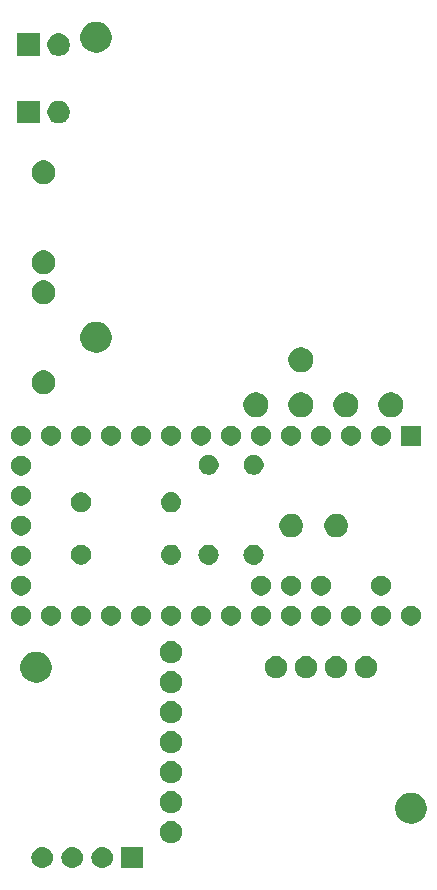
<source format=gbr>
G04 #@! TF.GenerationSoftware,KiCad,Pcbnew,(5.1.2)-2*
G04 #@! TF.CreationDate,2020-04-13T12:01:29-04:00*
G04 #@! TF.ProjectId,TeensyLC_DRV8871_MPRLS_Qwiic_v01,5465656e-7379-44c4-935f-445256383837,rev?*
G04 #@! TF.SameCoordinates,Original*
G04 #@! TF.FileFunction,Soldermask,Bot*
G04 #@! TF.FilePolarity,Negative*
%FSLAX46Y46*%
G04 Gerber Fmt 4.6, Leading zero omitted, Abs format (unit mm)*
G04 Created by KiCad (PCBNEW (5.1.2)-2) date 2020-04-13 12:01:29*
%MOMM*%
%LPD*%
G04 APERTURE LIST*
%ADD10C,0.100000*%
G04 APERTURE END LIST*
D10*
G36*
X28560442Y-68565518D02*
G01*
X28626627Y-68572037D01*
X28796466Y-68623557D01*
X28952991Y-68707222D01*
X28988729Y-68736552D01*
X29090186Y-68819814D01*
X29173448Y-68921271D01*
X29202778Y-68957009D01*
X29286443Y-69113534D01*
X29337963Y-69283373D01*
X29355359Y-69460000D01*
X29337963Y-69636627D01*
X29286443Y-69806466D01*
X29202778Y-69962991D01*
X29173448Y-69998729D01*
X29090186Y-70100186D01*
X28988729Y-70183448D01*
X28952991Y-70212778D01*
X28796466Y-70296443D01*
X28626627Y-70347963D01*
X28560443Y-70354481D01*
X28494260Y-70361000D01*
X28405740Y-70361000D01*
X28339557Y-70354481D01*
X28273373Y-70347963D01*
X28103534Y-70296443D01*
X27947009Y-70212778D01*
X27911271Y-70183448D01*
X27809814Y-70100186D01*
X27726552Y-69998729D01*
X27697222Y-69962991D01*
X27613557Y-69806466D01*
X27562037Y-69636627D01*
X27544641Y-69460000D01*
X27562037Y-69283373D01*
X27613557Y-69113534D01*
X27697222Y-68957009D01*
X27726552Y-68921271D01*
X27809814Y-68819814D01*
X27911271Y-68736552D01*
X27947009Y-68707222D01*
X28103534Y-68623557D01*
X28273373Y-68572037D01*
X28339558Y-68565518D01*
X28405740Y-68559000D01*
X28494260Y-68559000D01*
X28560442Y-68565518D01*
X28560442Y-68565518D01*
G37*
G36*
X33640442Y-68565518D02*
G01*
X33706627Y-68572037D01*
X33876466Y-68623557D01*
X34032991Y-68707222D01*
X34068729Y-68736552D01*
X34170186Y-68819814D01*
X34253448Y-68921271D01*
X34282778Y-68957009D01*
X34366443Y-69113534D01*
X34417963Y-69283373D01*
X34435359Y-69460000D01*
X34417963Y-69636627D01*
X34366443Y-69806466D01*
X34282778Y-69962991D01*
X34253448Y-69998729D01*
X34170186Y-70100186D01*
X34068729Y-70183448D01*
X34032991Y-70212778D01*
X33876466Y-70296443D01*
X33706627Y-70347963D01*
X33640443Y-70354481D01*
X33574260Y-70361000D01*
X33485740Y-70361000D01*
X33419557Y-70354481D01*
X33353373Y-70347963D01*
X33183534Y-70296443D01*
X33027009Y-70212778D01*
X32991271Y-70183448D01*
X32889814Y-70100186D01*
X32806552Y-69998729D01*
X32777222Y-69962991D01*
X32693557Y-69806466D01*
X32642037Y-69636627D01*
X32624641Y-69460000D01*
X32642037Y-69283373D01*
X32693557Y-69113534D01*
X32777222Y-68957009D01*
X32806552Y-68921271D01*
X32889814Y-68819814D01*
X32991271Y-68736552D01*
X33027009Y-68707222D01*
X33183534Y-68623557D01*
X33353373Y-68572037D01*
X33419558Y-68565518D01*
X33485740Y-68559000D01*
X33574260Y-68559000D01*
X33640442Y-68565518D01*
X33640442Y-68565518D01*
G37*
G36*
X31100442Y-68565518D02*
G01*
X31166627Y-68572037D01*
X31336466Y-68623557D01*
X31492991Y-68707222D01*
X31528729Y-68736552D01*
X31630186Y-68819814D01*
X31713448Y-68921271D01*
X31742778Y-68957009D01*
X31826443Y-69113534D01*
X31877963Y-69283373D01*
X31895359Y-69460000D01*
X31877963Y-69636627D01*
X31826443Y-69806466D01*
X31742778Y-69962991D01*
X31713448Y-69998729D01*
X31630186Y-70100186D01*
X31528729Y-70183448D01*
X31492991Y-70212778D01*
X31336466Y-70296443D01*
X31166627Y-70347963D01*
X31100443Y-70354481D01*
X31034260Y-70361000D01*
X30945740Y-70361000D01*
X30879557Y-70354481D01*
X30813373Y-70347963D01*
X30643534Y-70296443D01*
X30487009Y-70212778D01*
X30451271Y-70183448D01*
X30349814Y-70100186D01*
X30266552Y-69998729D01*
X30237222Y-69962991D01*
X30153557Y-69806466D01*
X30102037Y-69636627D01*
X30084641Y-69460000D01*
X30102037Y-69283373D01*
X30153557Y-69113534D01*
X30237222Y-68957009D01*
X30266552Y-68921271D01*
X30349814Y-68819814D01*
X30451271Y-68736552D01*
X30487009Y-68707222D01*
X30643534Y-68623557D01*
X30813373Y-68572037D01*
X30879558Y-68565518D01*
X30945740Y-68559000D01*
X31034260Y-68559000D01*
X31100442Y-68565518D01*
X31100442Y-68565518D01*
G37*
G36*
X36971000Y-70361000D02*
G01*
X35169000Y-70361000D01*
X35169000Y-68559000D01*
X36971000Y-68559000D01*
X36971000Y-70361000D01*
X36971000Y-70361000D01*
G37*
G36*
X39644187Y-66406123D02*
G01*
X39815255Y-66476982D01*
X39815257Y-66476983D01*
X39892758Y-66528768D01*
X39969214Y-66579854D01*
X40100146Y-66710786D01*
X40203018Y-66864745D01*
X40273877Y-67035813D01*
X40310000Y-67217417D01*
X40310000Y-67402583D01*
X40273877Y-67584187D01*
X40203018Y-67755255D01*
X40203017Y-67755257D01*
X40100145Y-67909215D01*
X39969215Y-68040145D01*
X39815257Y-68143017D01*
X39815256Y-68143018D01*
X39815255Y-68143018D01*
X39644187Y-68213877D01*
X39462583Y-68250000D01*
X39277417Y-68250000D01*
X39095813Y-68213877D01*
X38924745Y-68143018D01*
X38924744Y-68143018D01*
X38924743Y-68143017D01*
X38770785Y-68040145D01*
X38639855Y-67909215D01*
X38536983Y-67755257D01*
X38536982Y-67755255D01*
X38466123Y-67584187D01*
X38430000Y-67402583D01*
X38430000Y-67217417D01*
X38466123Y-67035813D01*
X38536982Y-66864745D01*
X38639854Y-66710786D01*
X38770786Y-66579854D01*
X38847242Y-66528768D01*
X38924743Y-66476983D01*
X38924745Y-66476982D01*
X39095813Y-66406123D01*
X39277417Y-66370000D01*
X39462583Y-66370000D01*
X39644187Y-66406123D01*
X39644187Y-66406123D01*
G37*
G36*
X59947715Y-63982383D02*
G01*
X60075322Y-64007765D01*
X60216148Y-64066097D01*
X60315727Y-64107344D01*
X60315728Y-64107345D01*
X60532089Y-64251912D01*
X60716088Y-64435911D01*
X60756112Y-64495812D01*
X60860656Y-64652273D01*
X60871071Y-64677418D01*
X60960235Y-64892678D01*
X60960235Y-64892680D01*
X61011000Y-65147891D01*
X61011000Y-65408109D01*
X60985618Y-65535714D01*
X60960235Y-65663322D01*
X60940900Y-65710000D01*
X60860656Y-65903727D01*
X60860655Y-65903728D01*
X60716088Y-66120089D01*
X60532089Y-66304088D01*
X60433444Y-66370000D01*
X60315727Y-66448656D01*
X60247341Y-66476982D01*
X60075322Y-66548235D01*
X59947715Y-66573617D01*
X59820109Y-66599000D01*
X59559891Y-66599000D01*
X59432285Y-66573617D01*
X59304678Y-66548235D01*
X59132659Y-66476982D01*
X59064273Y-66448656D01*
X58946556Y-66370000D01*
X58847911Y-66304088D01*
X58663912Y-66120089D01*
X58519345Y-65903728D01*
X58519344Y-65903727D01*
X58439100Y-65710000D01*
X58419765Y-65663322D01*
X58394383Y-65535715D01*
X58369000Y-65408109D01*
X58369000Y-65147891D01*
X58419765Y-64892680D01*
X58419765Y-64892678D01*
X58508929Y-64677418D01*
X58519344Y-64652273D01*
X58623888Y-64495812D01*
X58663912Y-64435911D01*
X58847911Y-64251912D01*
X59064272Y-64107345D01*
X59064273Y-64107344D01*
X59163852Y-64066097D01*
X59304678Y-64007765D01*
X59432285Y-63982383D01*
X59559891Y-63957000D01*
X59820109Y-63957000D01*
X59947715Y-63982383D01*
X59947715Y-63982383D01*
G37*
G36*
X39644187Y-63866123D02*
G01*
X39815255Y-63936982D01*
X39815257Y-63936983D01*
X39845214Y-63957000D01*
X39969214Y-64039854D01*
X40100146Y-64170786D01*
X40203018Y-64324745D01*
X40273877Y-64495813D01*
X40310000Y-64677417D01*
X40310000Y-64862583D01*
X40273877Y-65044187D01*
X40230921Y-65147891D01*
X40203017Y-65215257D01*
X40100145Y-65369215D01*
X39969215Y-65500145D01*
X39815257Y-65603017D01*
X39815256Y-65603018D01*
X39815255Y-65603018D01*
X39644187Y-65673877D01*
X39462583Y-65710000D01*
X39277417Y-65710000D01*
X39095813Y-65673877D01*
X38924745Y-65603018D01*
X38924744Y-65603018D01*
X38924743Y-65603017D01*
X38770785Y-65500145D01*
X38639855Y-65369215D01*
X38536983Y-65215257D01*
X38509079Y-65147891D01*
X38466123Y-65044187D01*
X38430000Y-64862583D01*
X38430000Y-64677417D01*
X38466123Y-64495813D01*
X38536982Y-64324745D01*
X38639854Y-64170786D01*
X38770786Y-64039854D01*
X38894786Y-63957000D01*
X38924743Y-63936983D01*
X38924745Y-63936982D01*
X39095813Y-63866123D01*
X39277417Y-63830000D01*
X39462583Y-63830000D01*
X39644187Y-63866123D01*
X39644187Y-63866123D01*
G37*
G36*
X39644187Y-61326123D02*
G01*
X39815255Y-61396982D01*
X39815257Y-61396983D01*
X39892758Y-61448768D01*
X39969214Y-61499854D01*
X40100146Y-61630786D01*
X40203018Y-61784745D01*
X40273877Y-61955813D01*
X40310000Y-62137417D01*
X40310000Y-62322583D01*
X40273877Y-62504187D01*
X40203018Y-62675255D01*
X40203017Y-62675257D01*
X40100145Y-62829215D01*
X39969215Y-62960145D01*
X39815257Y-63063017D01*
X39815256Y-63063018D01*
X39815255Y-63063018D01*
X39644187Y-63133877D01*
X39462583Y-63170000D01*
X39277417Y-63170000D01*
X39095813Y-63133877D01*
X38924745Y-63063018D01*
X38924744Y-63063018D01*
X38924743Y-63063017D01*
X38770785Y-62960145D01*
X38639855Y-62829215D01*
X38536983Y-62675257D01*
X38536982Y-62675255D01*
X38466123Y-62504187D01*
X38430000Y-62322583D01*
X38430000Y-62137417D01*
X38466123Y-61955813D01*
X38536982Y-61784745D01*
X38639854Y-61630786D01*
X38770786Y-61499854D01*
X38847242Y-61448768D01*
X38924743Y-61396983D01*
X38924745Y-61396982D01*
X39095813Y-61326123D01*
X39277417Y-61290000D01*
X39462583Y-61290000D01*
X39644187Y-61326123D01*
X39644187Y-61326123D01*
G37*
G36*
X39644187Y-58786123D02*
G01*
X39815255Y-58856982D01*
X39815257Y-58856983D01*
X39892758Y-58908768D01*
X39969214Y-58959854D01*
X40100146Y-59090786D01*
X40203018Y-59244745D01*
X40273877Y-59415813D01*
X40310000Y-59597417D01*
X40310000Y-59782583D01*
X40273877Y-59964187D01*
X40203018Y-60135255D01*
X40203017Y-60135257D01*
X40100145Y-60289215D01*
X39969215Y-60420145D01*
X39815257Y-60523017D01*
X39815256Y-60523018D01*
X39815255Y-60523018D01*
X39644187Y-60593877D01*
X39462583Y-60630000D01*
X39277417Y-60630000D01*
X39095813Y-60593877D01*
X38924745Y-60523018D01*
X38924744Y-60523018D01*
X38924743Y-60523017D01*
X38770785Y-60420145D01*
X38639855Y-60289215D01*
X38536983Y-60135257D01*
X38536982Y-60135255D01*
X38466123Y-59964187D01*
X38430000Y-59782583D01*
X38430000Y-59597417D01*
X38466123Y-59415813D01*
X38536982Y-59244745D01*
X38639854Y-59090786D01*
X38770786Y-58959854D01*
X38847242Y-58908768D01*
X38924743Y-58856983D01*
X38924745Y-58856982D01*
X39095813Y-58786123D01*
X39277417Y-58750000D01*
X39462583Y-58750000D01*
X39644187Y-58786123D01*
X39644187Y-58786123D01*
G37*
G36*
X39644187Y-56246123D02*
G01*
X39815255Y-56316982D01*
X39815257Y-56316983D01*
X39892758Y-56368768D01*
X39969214Y-56419854D01*
X40100146Y-56550786D01*
X40203018Y-56704745D01*
X40273877Y-56875813D01*
X40310000Y-57057417D01*
X40310000Y-57242583D01*
X40273877Y-57424187D01*
X40203018Y-57595255D01*
X40203017Y-57595257D01*
X40100145Y-57749215D01*
X39969215Y-57880145D01*
X39815257Y-57983017D01*
X39815256Y-57983018D01*
X39815255Y-57983018D01*
X39644187Y-58053877D01*
X39462583Y-58090000D01*
X39277417Y-58090000D01*
X39095813Y-58053877D01*
X38924745Y-57983018D01*
X38924744Y-57983018D01*
X38924743Y-57983017D01*
X38770785Y-57880145D01*
X38639855Y-57749215D01*
X38536983Y-57595257D01*
X38536982Y-57595255D01*
X38466123Y-57424187D01*
X38430000Y-57242583D01*
X38430000Y-57057417D01*
X38466123Y-56875813D01*
X38536982Y-56704745D01*
X38639854Y-56550786D01*
X38770786Y-56419854D01*
X38847242Y-56368768D01*
X38924743Y-56316983D01*
X38924745Y-56316982D01*
X39095813Y-56246123D01*
X39277417Y-56210000D01*
X39462583Y-56210000D01*
X39644187Y-56246123D01*
X39644187Y-56246123D01*
G37*
G36*
X39644187Y-53706123D02*
G01*
X39815255Y-53776982D01*
X39815257Y-53776983D01*
X39892758Y-53828768D01*
X39969214Y-53879854D01*
X40100146Y-54010786D01*
X40203018Y-54164745D01*
X40273877Y-54335813D01*
X40310000Y-54517417D01*
X40310000Y-54702583D01*
X40273877Y-54884187D01*
X40203018Y-55055255D01*
X40203017Y-55055257D01*
X40100145Y-55209215D01*
X39969215Y-55340145D01*
X39815257Y-55443017D01*
X39815256Y-55443018D01*
X39815255Y-55443018D01*
X39644187Y-55513877D01*
X39462583Y-55550000D01*
X39277417Y-55550000D01*
X39095813Y-55513877D01*
X38924745Y-55443018D01*
X38924744Y-55443018D01*
X38924743Y-55443017D01*
X38770785Y-55340145D01*
X38639855Y-55209215D01*
X38536983Y-55055257D01*
X38536982Y-55055255D01*
X38466123Y-54884187D01*
X38430000Y-54702583D01*
X38430000Y-54517417D01*
X38466123Y-54335813D01*
X38536982Y-54164745D01*
X38639854Y-54010786D01*
X38770786Y-53879854D01*
X38847242Y-53828768D01*
X38924743Y-53776983D01*
X38924745Y-53776982D01*
X39095813Y-53706123D01*
X39277417Y-53670000D01*
X39462583Y-53670000D01*
X39644187Y-53706123D01*
X39644187Y-53706123D01*
G37*
G36*
X28197715Y-52044383D02*
G01*
X28325322Y-52069765D01*
X28466148Y-52128097D01*
X28565727Y-52169344D01*
X28565728Y-52169345D01*
X28782089Y-52313912D01*
X28966088Y-52497911D01*
X29040886Y-52609855D01*
X29110656Y-52714273D01*
X29121638Y-52740786D01*
X29210235Y-52954678D01*
X29261000Y-53209893D01*
X29261000Y-53470107D01*
X29210235Y-53725322D01*
X29151903Y-53866148D01*
X29110656Y-53965727D01*
X29110655Y-53965728D01*
X28966088Y-54182089D01*
X28782089Y-54366088D01*
X28637521Y-54462685D01*
X28565727Y-54510656D01*
X28466148Y-54551903D01*
X28325322Y-54610235D01*
X28197715Y-54635617D01*
X28070109Y-54661000D01*
X27809891Y-54661000D01*
X27682285Y-54635617D01*
X27554678Y-54610235D01*
X27413852Y-54551903D01*
X27314273Y-54510656D01*
X27242479Y-54462685D01*
X27097911Y-54366088D01*
X26913912Y-54182089D01*
X26769345Y-53965728D01*
X26769344Y-53965727D01*
X26728097Y-53866148D01*
X26669765Y-53725322D01*
X26619000Y-53470107D01*
X26619000Y-53209893D01*
X26669765Y-52954678D01*
X26758362Y-52740786D01*
X26769344Y-52714273D01*
X26839114Y-52609855D01*
X26913912Y-52497911D01*
X27097911Y-52313912D01*
X27314272Y-52169345D01*
X27314273Y-52169344D01*
X27413852Y-52128097D01*
X27554678Y-52069765D01*
X27682285Y-52044383D01*
X27809891Y-52019000D01*
X28070109Y-52019000D01*
X28197715Y-52044383D01*
X28197715Y-52044383D01*
G37*
G36*
X51074187Y-52436123D02*
G01*
X51223358Y-52497912D01*
X51245257Y-52506983D01*
X51322758Y-52558768D01*
X51399214Y-52609854D01*
X51530146Y-52740786D01*
X51633018Y-52894745D01*
X51703877Y-53065813D01*
X51740000Y-53247417D01*
X51740000Y-53432583D01*
X51703877Y-53614187D01*
X51665795Y-53706124D01*
X51633017Y-53785257D01*
X51530145Y-53939215D01*
X51399215Y-54070145D01*
X51245257Y-54173017D01*
X51245256Y-54173018D01*
X51245255Y-54173018D01*
X51074187Y-54243877D01*
X50892583Y-54280000D01*
X50707417Y-54280000D01*
X50525813Y-54243877D01*
X50354745Y-54173018D01*
X50354744Y-54173018D01*
X50354743Y-54173017D01*
X50200785Y-54070145D01*
X50069855Y-53939215D01*
X49966983Y-53785257D01*
X49934205Y-53706124D01*
X49896123Y-53614187D01*
X49860000Y-53432583D01*
X49860000Y-53247417D01*
X49896123Y-53065813D01*
X49966982Y-52894745D01*
X50069854Y-52740786D01*
X50200786Y-52609854D01*
X50277242Y-52558768D01*
X50354743Y-52506983D01*
X50376642Y-52497912D01*
X50525813Y-52436123D01*
X50707417Y-52400000D01*
X50892583Y-52400000D01*
X51074187Y-52436123D01*
X51074187Y-52436123D01*
G37*
G36*
X48534187Y-52436123D02*
G01*
X48683358Y-52497912D01*
X48705257Y-52506983D01*
X48782758Y-52558768D01*
X48859214Y-52609854D01*
X48990146Y-52740786D01*
X49093018Y-52894745D01*
X49163877Y-53065813D01*
X49200000Y-53247417D01*
X49200000Y-53432583D01*
X49163877Y-53614187D01*
X49125795Y-53706124D01*
X49093017Y-53785257D01*
X48990145Y-53939215D01*
X48859215Y-54070145D01*
X48705257Y-54173017D01*
X48705256Y-54173018D01*
X48705255Y-54173018D01*
X48534187Y-54243877D01*
X48352583Y-54280000D01*
X48167417Y-54280000D01*
X47985813Y-54243877D01*
X47814745Y-54173018D01*
X47814744Y-54173018D01*
X47814743Y-54173017D01*
X47660785Y-54070145D01*
X47529855Y-53939215D01*
X47426983Y-53785257D01*
X47394205Y-53706124D01*
X47356123Y-53614187D01*
X47320000Y-53432583D01*
X47320000Y-53247417D01*
X47356123Y-53065813D01*
X47426982Y-52894745D01*
X47529854Y-52740786D01*
X47660786Y-52609854D01*
X47737242Y-52558768D01*
X47814743Y-52506983D01*
X47836642Y-52497912D01*
X47985813Y-52436123D01*
X48167417Y-52400000D01*
X48352583Y-52400000D01*
X48534187Y-52436123D01*
X48534187Y-52436123D01*
G37*
G36*
X53614187Y-52436123D02*
G01*
X53763358Y-52497912D01*
X53785257Y-52506983D01*
X53862758Y-52558768D01*
X53939214Y-52609854D01*
X54070146Y-52740786D01*
X54173018Y-52894745D01*
X54243877Y-53065813D01*
X54280000Y-53247417D01*
X54280000Y-53432583D01*
X54243877Y-53614187D01*
X54205795Y-53706124D01*
X54173017Y-53785257D01*
X54070145Y-53939215D01*
X53939215Y-54070145D01*
X53785257Y-54173017D01*
X53785256Y-54173018D01*
X53785255Y-54173018D01*
X53614187Y-54243877D01*
X53432583Y-54280000D01*
X53247417Y-54280000D01*
X53065813Y-54243877D01*
X52894745Y-54173018D01*
X52894744Y-54173018D01*
X52894743Y-54173017D01*
X52740785Y-54070145D01*
X52609855Y-53939215D01*
X52506983Y-53785257D01*
X52474205Y-53706124D01*
X52436123Y-53614187D01*
X52400000Y-53432583D01*
X52400000Y-53247417D01*
X52436123Y-53065813D01*
X52506982Y-52894745D01*
X52609854Y-52740786D01*
X52740786Y-52609854D01*
X52817242Y-52558768D01*
X52894743Y-52506983D01*
X52916642Y-52497912D01*
X53065813Y-52436123D01*
X53247417Y-52400000D01*
X53432583Y-52400000D01*
X53614187Y-52436123D01*
X53614187Y-52436123D01*
G37*
G36*
X56154187Y-52436123D02*
G01*
X56303358Y-52497912D01*
X56325257Y-52506983D01*
X56402758Y-52558768D01*
X56479214Y-52609854D01*
X56610146Y-52740786D01*
X56713018Y-52894745D01*
X56783877Y-53065813D01*
X56820000Y-53247417D01*
X56820000Y-53432583D01*
X56783877Y-53614187D01*
X56745795Y-53706124D01*
X56713017Y-53785257D01*
X56610145Y-53939215D01*
X56479215Y-54070145D01*
X56325257Y-54173017D01*
X56325256Y-54173018D01*
X56325255Y-54173018D01*
X56154187Y-54243877D01*
X55972583Y-54280000D01*
X55787417Y-54280000D01*
X55605813Y-54243877D01*
X55434745Y-54173018D01*
X55434744Y-54173018D01*
X55434743Y-54173017D01*
X55280785Y-54070145D01*
X55149855Y-53939215D01*
X55046983Y-53785257D01*
X55014205Y-53706124D01*
X54976123Y-53614187D01*
X54940000Y-53432583D01*
X54940000Y-53247417D01*
X54976123Y-53065813D01*
X55046982Y-52894745D01*
X55149854Y-52740786D01*
X55280786Y-52609854D01*
X55357242Y-52558768D01*
X55434743Y-52506983D01*
X55456642Y-52497912D01*
X55605813Y-52436123D01*
X55787417Y-52400000D01*
X55972583Y-52400000D01*
X56154187Y-52436123D01*
X56154187Y-52436123D01*
G37*
G36*
X39644187Y-51166123D02*
G01*
X39815255Y-51236982D01*
X39815257Y-51236983D01*
X39892758Y-51288768D01*
X39969214Y-51339854D01*
X40100146Y-51470786D01*
X40203018Y-51624745D01*
X40273877Y-51795813D01*
X40310000Y-51977417D01*
X40310000Y-52162583D01*
X40273877Y-52344187D01*
X40235795Y-52436124D01*
X40203017Y-52515257D01*
X40100145Y-52669215D01*
X39969215Y-52800145D01*
X39815257Y-52903017D01*
X39815256Y-52903018D01*
X39815255Y-52903018D01*
X39644187Y-52973877D01*
X39462583Y-53010000D01*
X39277417Y-53010000D01*
X39095813Y-52973877D01*
X38924745Y-52903018D01*
X38924744Y-52903018D01*
X38924743Y-52903017D01*
X38770785Y-52800145D01*
X38639855Y-52669215D01*
X38536983Y-52515257D01*
X38504205Y-52436124D01*
X38466123Y-52344187D01*
X38430000Y-52162583D01*
X38430000Y-51977417D01*
X38466123Y-51795813D01*
X38536982Y-51624745D01*
X38639854Y-51470786D01*
X38770786Y-51339854D01*
X38847242Y-51288768D01*
X38924743Y-51236983D01*
X38924745Y-51236982D01*
X39095813Y-51166123D01*
X39277417Y-51130000D01*
X39462583Y-51130000D01*
X39644187Y-51166123D01*
X39644187Y-51166123D01*
G37*
G36*
X31998228Y-48151704D02*
G01*
X32153100Y-48215854D01*
X32292481Y-48308986D01*
X32411015Y-48427520D01*
X32504147Y-48566901D01*
X32568297Y-48721773D01*
X32601000Y-48886185D01*
X32601000Y-49053817D01*
X32568297Y-49218229D01*
X32504147Y-49373101D01*
X32411015Y-49512482D01*
X32292481Y-49631016D01*
X32153100Y-49724148D01*
X31998228Y-49788298D01*
X31833816Y-49821001D01*
X31666184Y-49821001D01*
X31501772Y-49788298D01*
X31346900Y-49724148D01*
X31207519Y-49631016D01*
X31088985Y-49512482D01*
X30995853Y-49373101D01*
X30931703Y-49218229D01*
X30899000Y-49053817D01*
X30899000Y-48886185D01*
X30931703Y-48721773D01*
X30995853Y-48566901D01*
X31088985Y-48427520D01*
X31207519Y-48308986D01*
X31346900Y-48215854D01*
X31501772Y-48151704D01*
X31666184Y-48119001D01*
X31833816Y-48119001D01*
X31998228Y-48151704D01*
X31998228Y-48151704D01*
G37*
G36*
X44698228Y-48151704D02*
G01*
X44853100Y-48215854D01*
X44992481Y-48308986D01*
X45111015Y-48427520D01*
X45204147Y-48566901D01*
X45268297Y-48721773D01*
X45301000Y-48886185D01*
X45301000Y-49053817D01*
X45268297Y-49218229D01*
X45204147Y-49373101D01*
X45111015Y-49512482D01*
X44992481Y-49631016D01*
X44853100Y-49724148D01*
X44698228Y-49788298D01*
X44533816Y-49821001D01*
X44366184Y-49821001D01*
X44201772Y-49788298D01*
X44046900Y-49724148D01*
X43907519Y-49631016D01*
X43788985Y-49512482D01*
X43695853Y-49373101D01*
X43631703Y-49218229D01*
X43599000Y-49053817D01*
X43599000Y-48886185D01*
X43631703Y-48721773D01*
X43695853Y-48566901D01*
X43788985Y-48427520D01*
X43907519Y-48308986D01*
X44046900Y-48215854D01*
X44201772Y-48151704D01*
X44366184Y-48119001D01*
X44533816Y-48119001D01*
X44698228Y-48151704D01*
X44698228Y-48151704D01*
G37*
G36*
X42158228Y-48151704D02*
G01*
X42313100Y-48215854D01*
X42452481Y-48308986D01*
X42571015Y-48427520D01*
X42664147Y-48566901D01*
X42728297Y-48721773D01*
X42761000Y-48886185D01*
X42761000Y-49053817D01*
X42728297Y-49218229D01*
X42664147Y-49373101D01*
X42571015Y-49512482D01*
X42452481Y-49631016D01*
X42313100Y-49724148D01*
X42158228Y-49788298D01*
X41993816Y-49821001D01*
X41826184Y-49821001D01*
X41661772Y-49788298D01*
X41506900Y-49724148D01*
X41367519Y-49631016D01*
X41248985Y-49512482D01*
X41155853Y-49373101D01*
X41091703Y-49218229D01*
X41059000Y-49053817D01*
X41059000Y-48886185D01*
X41091703Y-48721773D01*
X41155853Y-48566901D01*
X41248985Y-48427520D01*
X41367519Y-48308986D01*
X41506900Y-48215854D01*
X41661772Y-48151704D01*
X41826184Y-48119001D01*
X41993816Y-48119001D01*
X42158228Y-48151704D01*
X42158228Y-48151704D01*
G37*
G36*
X34538228Y-48151704D02*
G01*
X34693100Y-48215854D01*
X34832481Y-48308986D01*
X34951015Y-48427520D01*
X35044147Y-48566901D01*
X35108297Y-48721773D01*
X35141000Y-48886185D01*
X35141000Y-49053817D01*
X35108297Y-49218229D01*
X35044147Y-49373101D01*
X34951015Y-49512482D01*
X34832481Y-49631016D01*
X34693100Y-49724148D01*
X34538228Y-49788298D01*
X34373816Y-49821001D01*
X34206184Y-49821001D01*
X34041772Y-49788298D01*
X33886900Y-49724148D01*
X33747519Y-49631016D01*
X33628985Y-49512482D01*
X33535853Y-49373101D01*
X33471703Y-49218229D01*
X33439000Y-49053817D01*
X33439000Y-48886185D01*
X33471703Y-48721773D01*
X33535853Y-48566901D01*
X33628985Y-48427520D01*
X33747519Y-48308986D01*
X33886900Y-48215854D01*
X34041772Y-48151704D01*
X34206184Y-48119001D01*
X34373816Y-48119001D01*
X34538228Y-48151704D01*
X34538228Y-48151704D01*
G37*
G36*
X37078228Y-48151704D02*
G01*
X37233100Y-48215854D01*
X37372481Y-48308986D01*
X37491015Y-48427520D01*
X37584147Y-48566901D01*
X37648297Y-48721773D01*
X37681000Y-48886185D01*
X37681000Y-49053817D01*
X37648297Y-49218229D01*
X37584147Y-49373101D01*
X37491015Y-49512482D01*
X37372481Y-49631016D01*
X37233100Y-49724148D01*
X37078228Y-49788298D01*
X36913816Y-49821001D01*
X36746184Y-49821001D01*
X36581772Y-49788298D01*
X36426900Y-49724148D01*
X36287519Y-49631016D01*
X36168985Y-49512482D01*
X36075853Y-49373101D01*
X36011703Y-49218229D01*
X35979000Y-49053817D01*
X35979000Y-48886185D01*
X36011703Y-48721773D01*
X36075853Y-48566901D01*
X36168985Y-48427520D01*
X36287519Y-48308986D01*
X36426900Y-48215854D01*
X36581772Y-48151704D01*
X36746184Y-48119001D01*
X36913816Y-48119001D01*
X37078228Y-48151704D01*
X37078228Y-48151704D01*
G37*
G36*
X47238228Y-48151704D02*
G01*
X47393100Y-48215854D01*
X47532481Y-48308986D01*
X47651015Y-48427520D01*
X47744147Y-48566901D01*
X47808297Y-48721773D01*
X47841000Y-48886185D01*
X47841000Y-49053817D01*
X47808297Y-49218229D01*
X47744147Y-49373101D01*
X47651015Y-49512482D01*
X47532481Y-49631016D01*
X47393100Y-49724148D01*
X47238228Y-49788298D01*
X47073816Y-49821001D01*
X46906184Y-49821001D01*
X46741772Y-49788298D01*
X46586900Y-49724148D01*
X46447519Y-49631016D01*
X46328985Y-49512482D01*
X46235853Y-49373101D01*
X46171703Y-49218229D01*
X46139000Y-49053817D01*
X46139000Y-48886185D01*
X46171703Y-48721773D01*
X46235853Y-48566901D01*
X46328985Y-48427520D01*
X46447519Y-48308986D01*
X46586900Y-48215854D01*
X46741772Y-48151704D01*
X46906184Y-48119001D01*
X47073816Y-48119001D01*
X47238228Y-48151704D01*
X47238228Y-48151704D01*
G37*
G36*
X54858228Y-48151704D02*
G01*
X55013100Y-48215854D01*
X55152481Y-48308986D01*
X55271015Y-48427520D01*
X55364147Y-48566901D01*
X55428297Y-48721773D01*
X55461000Y-48886185D01*
X55461000Y-49053817D01*
X55428297Y-49218229D01*
X55364147Y-49373101D01*
X55271015Y-49512482D01*
X55152481Y-49631016D01*
X55013100Y-49724148D01*
X54858228Y-49788298D01*
X54693816Y-49821001D01*
X54526184Y-49821001D01*
X54361772Y-49788298D01*
X54206900Y-49724148D01*
X54067519Y-49631016D01*
X53948985Y-49512482D01*
X53855853Y-49373101D01*
X53791703Y-49218229D01*
X53759000Y-49053817D01*
X53759000Y-48886185D01*
X53791703Y-48721773D01*
X53855853Y-48566901D01*
X53948985Y-48427520D01*
X54067519Y-48308986D01*
X54206900Y-48215854D01*
X54361772Y-48151704D01*
X54526184Y-48119001D01*
X54693816Y-48119001D01*
X54858228Y-48151704D01*
X54858228Y-48151704D01*
G37*
G36*
X57398228Y-48151704D02*
G01*
X57553100Y-48215854D01*
X57692481Y-48308986D01*
X57811015Y-48427520D01*
X57904147Y-48566901D01*
X57968297Y-48721773D01*
X58001000Y-48886185D01*
X58001000Y-49053817D01*
X57968297Y-49218229D01*
X57904147Y-49373101D01*
X57811015Y-49512482D01*
X57692481Y-49631016D01*
X57553100Y-49724148D01*
X57398228Y-49788298D01*
X57233816Y-49821001D01*
X57066184Y-49821001D01*
X56901772Y-49788298D01*
X56746900Y-49724148D01*
X56607519Y-49631016D01*
X56488985Y-49512482D01*
X56395853Y-49373101D01*
X56331703Y-49218229D01*
X56299000Y-49053817D01*
X56299000Y-48886185D01*
X56331703Y-48721773D01*
X56395853Y-48566901D01*
X56488985Y-48427520D01*
X56607519Y-48308986D01*
X56746900Y-48215854D01*
X56901772Y-48151704D01*
X57066184Y-48119001D01*
X57233816Y-48119001D01*
X57398228Y-48151704D01*
X57398228Y-48151704D01*
G37*
G36*
X39618228Y-48151704D02*
G01*
X39773100Y-48215854D01*
X39912481Y-48308986D01*
X40031015Y-48427520D01*
X40124147Y-48566901D01*
X40188297Y-48721773D01*
X40221000Y-48886185D01*
X40221000Y-49053817D01*
X40188297Y-49218229D01*
X40124147Y-49373101D01*
X40031015Y-49512482D01*
X39912481Y-49631016D01*
X39773100Y-49724148D01*
X39618228Y-49788298D01*
X39453816Y-49821001D01*
X39286184Y-49821001D01*
X39121772Y-49788298D01*
X38966900Y-49724148D01*
X38827519Y-49631016D01*
X38708985Y-49512482D01*
X38615853Y-49373101D01*
X38551703Y-49218229D01*
X38519000Y-49053817D01*
X38519000Y-48886185D01*
X38551703Y-48721773D01*
X38615853Y-48566901D01*
X38708985Y-48427520D01*
X38827519Y-48308986D01*
X38966900Y-48215854D01*
X39121772Y-48151704D01*
X39286184Y-48119001D01*
X39453816Y-48119001D01*
X39618228Y-48151704D01*
X39618228Y-48151704D01*
G37*
G36*
X29458228Y-48151704D02*
G01*
X29613100Y-48215854D01*
X29752481Y-48308986D01*
X29871015Y-48427520D01*
X29964147Y-48566901D01*
X30028297Y-48721773D01*
X30061000Y-48886185D01*
X30061000Y-49053817D01*
X30028297Y-49218229D01*
X29964147Y-49373101D01*
X29871015Y-49512482D01*
X29752481Y-49631016D01*
X29613100Y-49724148D01*
X29458228Y-49788298D01*
X29293816Y-49821001D01*
X29126184Y-49821001D01*
X28961772Y-49788298D01*
X28806900Y-49724148D01*
X28667519Y-49631016D01*
X28548985Y-49512482D01*
X28455853Y-49373101D01*
X28391703Y-49218229D01*
X28359000Y-49053817D01*
X28359000Y-48886185D01*
X28391703Y-48721773D01*
X28455853Y-48566901D01*
X28548985Y-48427520D01*
X28667519Y-48308986D01*
X28806900Y-48215854D01*
X28961772Y-48151704D01*
X29126184Y-48119001D01*
X29293816Y-48119001D01*
X29458228Y-48151704D01*
X29458228Y-48151704D01*
G37*
G36*
X49778228Y-48151704D02*
G01*
X49933100Y-48215854D01*
X50072481Y-48308986D01*
X50191015Y-48427520D01*
X50284147Y-48566901D01*
X50348297Y-48721773D01*
X50381000Y-48886185D01*
X50381000Y-49053817D01*
X50348297Y-49218229D01*
X50284147Y-49373101D01*
X50191015Y-49512482D01*
X50072481Y-49631016D01*
X49933100Y-49724148D01*
X49778228Y-49788298D01*
X49613816Y-49821001D01*
X49446184Y-49821001D01*
X49281772Y-49788298D01*
X49126900Y-49724148D01*
X48987519Y-49631016D01*
X48868985Y-49512482D01*
X48775853Y-49373101D01*
X48711703Y-49218229D01*
X48679000Y-49053817D01*
X48679000Y-48886185D01*
X48711703Y-48721773D01*
X48775853Y-48566901D01*
X48868985Y-48427520D01*
X48987519Y-48308986D01*
X49126900Y-48215854D01*
X49281772Y-48151704D01*
X49446184Y-48119001D01*
X49613816Y-48119001D01*
X49778228Y-48151704D01*
X49778228Y-48151704D01*
G37*
G36*
X52318228Y-48151704D02*
G01*
X52473100Y-48215854D01*
X52612481Y-48308986D01*
X52731015Y-48427520D01*
X52824147Y-48566901D01*
X52888297Y-48721773D01*
X52921000Y-48886185D01*
X52921000Y-49053817D01*
X52888297Y-49218229D01*
X52824147Y-49373101D01*
X52731015Y-49512482D01*
X52612481Y-49631016D01*
X52473100Y-49724148D01*
X52318228Y-49788298D01*
X52153816Y-49821001D01*
X51986184Y-49821001D01*
X51821772Y-49788298D01*
X51666900Y-49724148D01*
X51527519Y-49631016D01*
X51408985Y-49512482D01*
X51315853Y-49373101D01*
X51251703Y-49218229D01*
X51219000Y-49053817D01*
X51219000Y-48886185D01*
X51251703Y-48721773D01*
X51315853Y-48566901D01*
X51408985Y-48427520D01*
X51527519Y-48308986D01*
X51666900Y-48215854D01*
X51821772Y-48151704D01*
X51986184Y-48119001D01*
X52153816Y-48119001D01*
X52318228Y-48151704D01*
X52318228Y-48151704D01*
G37*
G36*
X26918228Y-48151704D02*
G01*
X27073100Y-48215854D01*
X27212481Y-48308986D01*
X27331015Y-48427520D01*
X27424147Y-48566901D01*
X27488297Y-48721773D01*
X27521000Y-48886185D01*
X27521000Y-49053817D01*
X27488297Y-49218229D01*
X27424147Y-49373101D01*
X27331015Y-49512482D01*
X27212481Y-49631016D01*
X27073100Y-49724148D01*
X26918228Y-49788298D01*
X26753816Y-49821001D01*
X26586184Y-49821001D01*
X26421772Y-49788298D01*
X26266900Y-49724148D01*
X26127519Y-49631016D01*
X26008985Y-49512482D01*
X25915853Y-49373101D01*
X25851703Y-49218229D01*
X25819000Y-49053817D01*
X25819000Y-48886185D01*
X25851703Y-48721773D01*
X25915853Y-48566901D01*
X26008985Y-48427520D01*
X26127519Y-48308986D01*
X26266900Y-48215854D01*
X26421772Y-48151704D01*
X26586184Y-48119001D01*
X26753816Y-48119001D01*
X26918228Y-48151704D01*
X26918228Y-48151704D01*
G37*
G36*
X59938228Y-48151704D02*
G01*
X60093100Y-48215854D01*
X60232481Y-48308986D01*
X60351015Y-48427520D01*
X60444147Y-48566901D01*
X60508297Y-48721773D01*
X60541000Y-48886185D01*
X60541000Y-49053817D01*
X60508297Y-49218229D01*
X60444147Y-49373101D01*
X60351015Y-49512482D01*
X60232481Y-49631016D01*
X60093100Y-49724148D01*
X59938228Y-49788298D01*
X59773816Y-49821001D01*
X59606184Y-49821001D01*
X59441772Y-49788298D01*
X59286900Y-49724148D01*
X59147519Y-49631016D01*
X59028985Y-49512482D01*
X58935853Y-49373101D01*
X58871703Y-49218229D01*
X58839000Y-49053817D01*
X58839000Y-48886185D01*
X58871703Y-48721773D01*
X58935853Y-48566901D01*
X59028985Y-48427520D01*
X59147519Y-48308986D01*
X59286900Y-48215854D01*
X59441772Y-48151704D01*
X59606184Y-48119001D01*
X59773816Y-48119001D01*
X59938228Y-48151704D01*
X59938228Y-48151704D01*
G37*
G36*
X49778228Y-45611704D02*
G01*
X49933100Y-45675854D01*
X50072481Y-45768986D01*
X50191015Y-45887520D01*
X50284147Y-46026901D01*
X50348297Y-46181773D01*
X50381000Y-46346185D01*
X50381000Y-46513817D01*
X50348297Y-46678229D01*
X50284147Y-46833101D01*
X50191015Y-46972482D01*
X50072481Y-47091016D01*
X49933100Y-47184148D01*
X49778228Y-47248298D01*
X49613816Y-47281001D01*
X49446184Y-47281001D01*
X49281772Y-47248298D01*
X49126900Y-47184148D01*
X48987519Y-47091016D01*
X48868985Y-46972482D01*
X48775853Y-46833101D01*
X48711703Y-46678229D01*
X48679000Y-46513817D01*
X48679000Y-46346185D01*
X48711703Y-46181773D01*
X48775853Y-46026901D01*
X48868985Y-45887520D01*
X48987519Y-45768986D01*
X49126900Y-45675854D01*
X49281772Y-45611704D01*
X49446184Y-45579001D01*
X49613816Y-45579001D01*
X49778228Y-45611704D01*
X49778228Y-45611704D01*
G37*
G36*
X26918228Y-45611704D02*
G01*
X27073100Y-45675854D01*
X27212481Y-45768986D01*
X27331015Y-45887520D01*
X27424147Y-46026901D01*
X27488297Y-46181773D01*
X27521000Y-46346185D01*
X27521000Y-46513817D01*
X27488297Y-46678229D01*
X27424147Y-46833101D01*
X27331015Y-46972482D01*
X27212481Y-47091016D01*
X27073100Y-47184148D01*
X26918228Y-47248298D01*
X26753816Y-47281001D01*
X26586184Y-47281001D01*
X26421772Y-47248298D01*
X26266900Y-47184148D01*
X26127519Y-47091016D01*
X26008985Y-46972482D01*
X25915853Y-46833101D01*
X25851703Y-46678229D01*
X25819000Y-46513817D01*
X25819000Y-46346185D01*
X25851703Y-46181773D01*
X25915853Y-46026901D01*
X26008985Y-45887520D01*
X26127519Y-45768986D01*
X26266900Y-45675854D01*
X26421772Y-45611704D01*
X26586184Y-45579001D01*
X26753816Y-45579001D01*
X26918228Y-45611704D01*
X26918228Y-45611704D01*
G37*
G36*
X57398228Y-45611704D02*
G01*
X57553100Y-45675854D01*
X57692481Y-45768986D01*
X57811015Y-45887520D01*
X57904147Y-46026901D01*
X57968297Y-46181773D01*
X58001000Y-46346185D01*
X58001000Y-46513817D01*
X57968297Y-46678229D01*
X57904147Y-46833101D01*
X57811015Y-46972482D01*
X57692481Y-47091016D01*
X57553100Y-47184148D01*
X57398228Y-47248298D01*
X57233816Y-47281001D01*
X57066184Y-47281001D01*
X56901772Y-47248298D01*
X56746900Y-47184148D01*
X56607519Y-47091016D01*
X56488985Y-46972482D01*
X56395853Y-46833101D01*
X56331703Y-46678229D01*
X56299000Y-46513817D01*
X56299000Y-46346185D01*
X56331703Y-46181773D01*
X56395853Y-46026901D01*
X56488985Y-45887520D01*
X56607519Y-45768986D01*
X56746900Y-45675854D01*
X56901772Y-45611704D01*
X57066184Y-45579001D01*
X57233816Y-45579001D01*
X57398228Y-45611704D01*
X57398228Y-45611704D01*
G37*
G36*
X47238228Y-45611704D02*
G01*
X47393100Y-45675854D01*
X47532481Y-45768986D01*
X47651015Y-45887520D01*
X47744147Y-46026901D01*
X47808297Y-46181773D01*
X47841000Y-46346185D01*
X47841000Y-46513817D01*
X47808297Y-46678229D01*
X47744147Y-46833101D01*
X47651015Y-46972482D01*
X47532481Y-47091016D01*
X47393100Y-47184148D01*
X47238228Y-47248298D01*
X47073816Y-47281001D01*
X46906184Y-47281001D01*
X46741772Y-47248298D01*
X46586900Y-47184148D01*
X46447519Y-47091016D01*
X46328985Y-46972482D01*
X46235853Y-46833101D01*
X46171703Y-46678229D01*
X46139000Y-46513817D01*
X46139000Y-46346185D01*
X46171703Y-46181773D01*
X46235853Y-46026901D01*
X46328985Y-45887520D01*
X46447519Y-45768986D01*
X46586900Y-45675854D01*
X46741772Y-45611704D01*
X46906184Y-45579001D01*
X47073816Y-45579001D01*
X47238228Y-45611704D01*
X47238228Y-45611704D01*
G37*
G36*
X52318228Y-45611704D02*
G01*
X52473100Y-45675854D01*
X52612481Y-45768986D01*
X52731015Y-45887520D01*
X52824147Y-46026901D01*
X52888297Y-46181773D01*
X52921000Y-46346185D01*
X52921000Y-46513817D01*
X52888297Y-46678229D01*
X52824147Y-46833101D01*
X52731015Y-46972482D01*
X52612481Y-47091016D01*
X52473100Y-47184148D01*
X52318228Y-47248298D01*
X52153816Y-47281001D01*
X51986184Y-47281001D01*
X51821772Y-47248298D01*
X51666900Y-47184148D01*
X51527519Y-47091016D01*
X51408985Y-46972482D01*
X51315853Y-46833101D01*
X51251703Y-46678229D01*
X51219000Y-46513817D01*
X51219000Y-46346185D01*
X51251703Y-46181773D01*
X51315853Y-46026901D01*
X51408985Y-45887520D01*
X51527519Y-45768986D01*
X51666900Y-45675854D01*
X51821772Y-45611704D01*
X51986184Y-45579001D01*
X52153816Y-45579001D01*
X52318228Y-45611704D01*
X52318228Y-45611704D01*
G37*
G36*
X26918228Y-43071704D02*
G01*
X27073100Y-43135854D01*
X27212481Y-43228986D01*
X27331015Y-43347520D01*
X27424147Y-43486901D01*
X27488297Y-43641773D01*
X27521000Y-43806185D01*
X27521000Y-43973817D01*
X27488297Y-44138229D01*
X27424147Y-44293101D01*
X27331015Y-44432482D01*
X27212481Y-44551016D01*
X27073100Y-44644148D01*
X26918228Y-44708298D01*
X26753816Y-44741001D01*
X26586184Y-44741001D01*
X26421772Y-44708298D01*
X26266900Y-44644148D01*
X26127519Y-44551016D01*
X26008985Y-44432482D01*
X25915853Y-44293101D01*
X25851703Y-44138229D01*
X25819000Y-43973817D01*
X25819000Y-43806185D01*
X25851703Y-43641773D01*
X25915853Y-43486901D01*
X26008985Y-43347520D01*
X26127519Y-43228986D01*
X26266900Y-43135854D01*
X26421772Y-43071704D01*
X26586184Y-43039001D01*
X26753816Y-43039001D01*
X26918228Y-43071704D01*
X26918228Y-43071704D01*
G37*
G36*
X31998228Y-42996703D02*
G01*
X32153100Y-43060853D01*
X32292481Y-43153985D01*
X32411015Y-43272519D01*
X32504147Y-43411900D01*
X32568297Y-43566772D01*
X32601000Y-43731184D01*
X32601000Y-43898816D01*
X32568297Y-44063228D01*
X32504147Y-44218100D01*
X32411015Y-44357481D01*
X32292481Y-44476015D01*
X32153100Y-44569147D01*
X31998228Y-44633297D01*
X31833816Y-44666000D01*
X31666184Y-44666000D01*
X31501772Y-44633297D01*
X31346900Y-44569147D01*
X31207519Y-44476015D01*
X31088985Y-44357481D01*
X30995853Y-44218100D01*
X30931703Y-44063228D01*
X30899000Y-43898816D01*
X30899000Y-43731184D01*
X30931703Y-43566772D01*
X30995853Y-43411900D01*
X31088985Y-43272519D01*
X31207519Y-43153985D01*
X31346900Y-43060853D01*
X31501772Y-42996703D01*
X31666184Y-42964000D01*
X31833816Y-42964000D01*
X31998228Y-42996703D01*
X31998228Y-42996703D01*
G37*
G36*
X39536823Y-42976313D02*
G01*
X39697242Y-43024976D01*
X39829906Y-43095886D01*
X39845078Y-43103996D01*
X39974659Y-43210341D01*
X40081004Y-43339922D01*
X40081005Y-43339924D01*
X40160024Y-43487758D01*
X40208687Y-43648177D01*
X40225117Y-43815000D01*
X40208687Y-43981823D01*
X40160024Y-44142242D01*
X40119477Y-44218100D01*
X40081004Y-44290078D01*
X39974659Y-44419659D01*
X39845078Y-44526004D01*
X39845076Y-44526005D01*
X39697242Y-44605024D01*
X39536823Y-44653687D01*
X39411804Y-44666000D01*
X39328196Y-44666000D01*
X39203177Y-44653687D01*
X39042758Y-44605024D01*
X38894924Y-44526005D01*
X38894922Y-44526004D01*
X38765341Y-44419659D01*
X38658996Y-44290078D01*
X38620523Y-44218100D01*
X38579976Y-44142242D01*
X38531313Y-43981823D01*
X38514883Y-43815000D01*
X38531313Y-43648177D01*
X38579976Y-43487758D01*
X38658995Y-43339924D01*
X38658996Y-43339922D01*
X38765341Y-43210341D01*
X38894922Y-43103996D01*
X38910094Y-43095886D01*
X39042758Y-43024976D01*
X39203177Y-42976313D01*
X39328196Y-42964000D01*
X39411804Y-42964000D01*
X39536823Y-42976313D01*
X39536823Y-42976313D01*
G37*
G36*
X46521823Y-42976313D02*
G01*
X46682242Y-43024976D01*
X46814906Y-43095886D01*
X46830078Y-43103996D01*
X46959659Y-43210341D01*
X47066004Y-43339922D01*
X47066005Y-43339924D01*
X47145024Y-43487758D01*
X47193687Y-43648177D01*
X47210117Y-43815000D01*
X47193687Y-43981823D01*
X47145024Y-44142242D01*
X47104477Y-44218100D01*
X47066004Y-44290078D01*
X46959659Y-44419659D01*
X46830078Y-44526004D01*
X46830076Y-44526005D01*
X46682242Y-44605024D01*
X46521823Y-44653687D01*
X46396804Y-44666000D01*
X46313196Y-44666000D01*
X46188177Y-44653687D01*
X46027758Y-44605024D01*
X45879924Y-44526005D01*
X45879922Y-44526004D01*
X45750341Y-44419659D01*
X45643996Y-44290078D01*
X45605523Y-44218100D01*
X45564976Y-44142242D01*
X45516313Y-43981823D01*
X45499883Y-43815000D01*
X45516313Y-43648177D01*
X45564976Y-43487758D01*
X45643995Y-43339924D01*
X45643996Y-43339922D01*
X45750341Y-43210341D01*
X45879922Y-43103996D01*
X45895094Y-43095886D01*
X46027758Y-43024976D01*
X46188177Y-42976313D01*
X46313196Y-42964000D01*
X46396804Y-42964000D01*
X46521823Y-42976313D01*
X46521823Y-42976313D01*
G37*
G36*
X42711823Y-42976313D02*
G01*
X42872242Y-43024976D01*
X43004906Y-43095886D01*
X43020078Y-43103996D01*
X43149659Y-43210341D01*
X43256004Y-43339922D01*
X43256005Y-43339924D01*
X43335024Y-43487758D01*
X43383687Y-43648177D01*
X43400117Y-43815000D01*
X43383687Y-43981823D01*
X43335024Y-44142242D01*
X43294477Y-44218100D01*
X43256004Y-44290078D01*
X43149659Y-44419659D01*
X43020078Y-44526004D01*
X43020076Y-44526005D01*
X42872242Y-44605024D01*
X42711823Y-44653687D01*
X42586804Y-44666000D01*
X42503196Y-44666000D01*
X42378177Y-44653687D01*
X42217758Y-44605024D01*
X42069924Y-44526005D01*
X42069922Y-44526004D01*
X41940341Y-44419659D01*
X41833996Y-44290078D01*
X41795523Y-44218100D01*
X41754976Y-44142242D01*
X41706313Y-43981823D01*
X41689883Y-43815000D01*
X41706313Y-43648177D01*
X41754976Y-43487758D01*
X41833995Y-43339924D01*
X41833996Y-43339922D01*
X41940341Y-43210341D01*
X42069922Y-43103996D01*
X42085094Y-43095886D01*
X42217758Y-43024976D01*
X42378177Y-42976313D01*
X42503196Y-42964000D01*
X42586804Y-42964000D01*
X42711823Y-42976313D01*
X42711823Y-42976313D01*
G37*
G36*
X49725285Y-40368235D02*
G01*
X49821981Y-40387469D01*
X50004151Y-40462927D01*
X50168100Y-40572474D01*
X50307527Y-40711901D01*
X50417074Y-40875850D01*
X50492532Y-41058020D01*
X50531000Y-41251411D01*
X50531000Y-41448591D01*
X50492532Y-41641982D01*
X50417074Y-41824152D01*
X50307527Y-41988101D01*
X50168100Y-42127528D01*
X50004151Y-42237075D01*
X49821981Y-42312533D01*
X49628591Y-42351001D01*
X49431409Y-42351001D01*
X49238019Y-42312533D01*
X49055849Y-42237075D01*
X48891900Y-42127528D01*
X48752473Y-41988101D01*
X48642926Y-41824152D01*
X48567468Y-41641982D01*
X48529000Y-41448591D01*
X48529000Y-41251411D01*
X48567468Y-41058020D01*
X48642926Y-40875850D01*
X48752473Y-40711901D01*
X48891900Y-40572474D01*
X49055849Y-40462927D01*
X49238019Y-40387469D01*
X49334715Y-40368235D01*
X49431409Y-40349001D01*
X49628591Y-40349001D01*
X49725285Y-40368235D01*
X49725285Y-40368235D01*
G37*
G36*
X53535285Y-40368235D02*
G01*
X53631981Y-40387469D01*
X53814151Y-40462927D01*
X53978100Y-40572474D01*
X54117527Y-40711901D01*
X54227074Y-40875850D01*
X54302532Y-41058020D01*
X54341000Y-41251411D01*
X54341000Y-41448591D01*
X54302532Y-41641982D01*
X54227074Y-41824152D01*
X54117527Y-41988101D01*
X53978100Y-42127528D01*
X53814151Y-42237075D01*
X53631981Y-42312533D01*
X53438591Y-42351001D01*
X53241409Y-42351001D01*
X53048019Y-42312533D01*
X52865849Y-42237075D01*
X52701900Y-42127528D01*
X52562473Y-41988101D01*
X52452926Y-41824152D01*
X52377468Y-41641982D01*
X52339000Y-41448591D01*
X52339000Y-41251411D01*
X52377468Y-41058020D01*
X52452926Y-40875850D01*
X52562473Y-40711901D01*
X52701900Y-40572474D01*
X52865849Y-40462927D01*
X53048019Y-40387469D01*
X53144715Y-40368235D01*
X53241409Y-40349001D01*
X53438591Y-40349001D01*
X53535285Y-40368235D01*
X53535285Y-40368235D01*
G37*
G36*
X26918228Y-40531704D02*
G01*
X27073100Y-40595854D01*
X27212481Y-40688986D01*
X27331015Y-40807520D01*
X27424147Y-40946901D01*
X27488297Y-41101773D01*
X27521000Y-41266185D01*
X27521000Y-41433817D01*
X27488297Y-41598229D01*
X27424147Y-41753101D01*
X27331015Y-41892482D01*
X27212481Y-42011016D01*
X27073100Y-42104148D01*
X26918228Y-42168298D01*
X26753816Y-42201001D01*
X26586184Y-42201001D01*
X26421772Y-42168298D01*
X26266900Y-42104148D01*
X26127519Y-42011016D01*
X26008985Y-41892482D01*
X25915853Y-41753101D01*
X25851703Y-41598229D01*
X25819000Y-41433817D01*
X25819000Y-41266185D01*
X25851703Y-41101773D01*
X25915853Y-40946901D01*
X26008985Y-40807520D01*
X26127519Y-40688986D01*
X26266900Y-40595854D01*
X26421772Y-40531704D01*
X26586184Y-40499001D01*
X26753816Y-40499001D01*
X26918228Y-40531704D01*
X26918228Y-40531704D01*
G37*
G36*
X31998228Y-38551703D02*
G01*
X32153100Y-38615853D01*
X32292481Y-38708985D01*
X32411015Y-38827519D01*
X32504147Y-38966900D01*
X32568297Y-39121772D01*
X32601000Y-39286184D01*
X32601000Y-39453816D01*
X32568297Y-39618228D01*
X32504147Y-39773100D01*
X32411015Y-39912481D01*
X32292481Y-40031015D01*
X32153100Y-40124147D01*
X31998228Y-40188297D01*
X31833816Y-40221000D01*
X31666184Y-40221000D01*
X31501772Y-40188297D01*
X31346900Y-40124147D01*
X31207519Y-40031015D01*
X31088985Y-39912481D01*
X30995853Y-39773100D01*
X30931703Y-39618228D01*
X30899000Y-39453816D01*
X30899000Y-39286184D01*
X30931703Y-39121772D01*
X30995853Y-38966900D01*
X31088985Y-38827519D01*
X31207519Y-38708985D01*
X31346900Y-38615853D01*
X31501772Y-38551703D01*
X31666184Y-38519000D01*
X31833816Y-38519000D01*
X31998228Y-38551703D01*
X31998228Y-38551703D01*
G37*
G36*
X39536823Y-38531313D02*
G01*
X39697242Y-38579976D01*
X39764361Y-38615852D01*
X39845078Y-38658996D01*
X39974659Y-38765341D01*
X40081004Y-38894922D01*
X40081005Y-38894924D01*
X40160024Y-39042758D01*
X40208687Y-39203177D01*
X40225117Y-39370000D01*
X40208687Y-39536823D01*
X40160024Y-39697242D01*
X40119477Y-39773100D01*
X40081004Y-39845078D01*
X39974659Y-39974659D01*
X39845078Y-40081004D01*
X39845076Y-40081005D01*
X39697242Y-40160024D01*
X39536823Y-40208687D01*
X39411804Y-40221000D01*
X39328196Y-40221000D01*
X39203177Y-40208687D01*
X39042758Y-40160024D01*
X38894924Y-40081005D01*
X38894922Y-40081004D01*
X38765341Y-39974659D01*
X38658996Y-39845078D01*
X38620523Y-39773100D01*
X38579976Y-39697242D01*
X38531313Y-39536823D01*
X38514883Y-39370000D01*
X38531313Y-39203177D01*
X38579976Y-39042758D01*
X38658995Y-38894924D01*
X38658996Y-38894922D01*
X38765341Y-38765341D01*
X38894922Y-38658996D01*
X38975639Y-38615852D01*
X39042758Y-38579976D01*
X39203177Y-38531313D01*
X39328196Y-38519000D01*
X39411804Y-38519000D01*
X39536823Y-38531313D01*
X39536823Y-38531313D01*
G37*
G36*
X26918228Y-37991704D02*
G01*
X27073100Y-38055854D01*
X27212481Y-38148986D01*
X27331015Y-38267520D01*
X27424147Y-38406901D01*
X27488297Y-38561773D01*
X27521000Y-38726185D01*
X27521000Y-38893817D01*
X27488297Y-39058229D01*
X27424147Y-39213101D01*
X27331015Y-39352482D01*
X27212481Y-39471016D01*
X27073100Y-39564148D01*
X26918228Y-39628298D01*
X26753816Y-39661001D01*
X26586184Y-39661001D01*
X26421772Y-39628298D01*
X26266900Y-39564148D01*
X26127519Y-39471016D01*
X26008985Y-39352482D01*
X25915853Y-39213101D01*
X25851703Y-39058229D01*
X25819000Y-38893817D01*
X25819000Y-38726185D01*
X25851703Y-38561773D01*
X25915853Y-38406901D01*
X26008985Y-38267520D01*
X26127519Y-38148986D01*
X26266900Y-38055854D01*
X26421772Y-37991704D01*
X26586184Y-37959001D01*
X26753816Y-37959001D01*
X26918228Y-37991704D01*
X26918228Y-37991704D01*
G37*
G36*
X26918228Y-35451704D02*
G01*
X27073100Y-35515854D01*
X27212481Y-35608986D01*
X27331015Y-35727520D01*
X27424147Y-35866901D01*
X27488297Y-36021773D01*
X27521000Y-36186185D01*
X27521000Y-36353817D01*
X27488297Y-36518229D01*
X27424147Y-36673101D01*
X27331015Y-36812482D01*
X27212481Y-36931016D01*
X27073100Y-37024148D01*
X26918228Y-37088298D01*
X26753816Y-37121001D01*
X26586184Y-37121001D01*
X26421772Y-37088298D01*
X26266900Y-37024148D01*
X26127519Y-36931016D01*
X26008985Y-36812482D01*
X25915853Y-36673101D01*
X25851703Y-36518229D01*
X25819000Y-36353817D01*
X25819000Y-36186185D01*
X25851703Y-36021773D01*
X25915853Y-35866901D01*
X26008985Y-35727520D01*
X26127519Y-35608986D01*
X26266900Y-35515854D01*
X26421772Y-35451704D01*
X26586184Y-35419001D01*
X26753816Y-35419001D01*
X26918228Y-35451704D01*
X26918228Y-35451704D01*
G37*
G36*
X42793228Y-35376703D02*
G01*
X42948100Y-35440853D01*
X43087481Y-35533985D01*
X43206015Y-35652519D01*
X43299147Y-35791900D01*
X43363297Y-35946772D01*
X43396000Y-36111184D01*
X43396000Y-36278816D01*
X43363297Y-36443228D01*
X43299147Y-36598100D01*
X43206015Y-36737481D01*
X43087481Y-36856015D01*
X42948100Y-36949147D01*
X42793228Y-37013297D01*
X42628816Y-37046000D01*
X42461184Y-37046000D01*
X42296772Y-37013297D01*
X42141900Y-36949147D01*
X42002519Y-36856015D01*
X41883985Y-36737481D01*
X41790853Y-36598100D01*
X41726703Y-36443228D01*
X41694000Y-36278816D01*
X41694000Y-36111184D01*
X41726703Y-35946772D01*
X41790853Y-35791900D01*
X41883985Y-35652519D01*
X42002519Y-35533985D01*
X42141900Y-35440853D01*
X42296772Y-35376703D01*
X42461184Y-35344000D01*
X42628816Y-35344000D01*
X42793228Y-35376703D01*
X42793228Y-35376703D01*
G37*
G36*
X46603228Y-35376703D02*
G01*
X46758100Y-35440853D01*
X46897481Y-35533985D01*
X47016015Y-35652519D01*
X47109147Y-35791900D01*
X47173297Y-35946772D01*
X47206000Y-36111184D01*
X47206000Y-36278816D01*
X47173297Y-36443228D01*
X47109147Y-36598100D01*
X47016015Y-36737481D01*
X46897481Y-36856015D01*
X46758100Y-36949147D01*
X46603228Y-37013297D01*
X46438816Y-37046000D01*
X46271184Y-37046000D01*
X46106772Y-37013297D01*
X45951900Y-36949147D01*
X45812519Y-36856015D01*
X45693985Y-36737481D01*
X45600853Y-36598100D01*
X45536703Y-36443228D01*
X45504000Y-36278816D01*
X45504000Y-36111184D01*
X45536703Y-35946772D01*
X45600853Y-35791900D01*
X45693985Y-35652519D01*
X45812519Y-35533985D01*
X45951900Y-35440853D01*
X46106772Y-35376703D01*
X46271184Y-35344000D01*
X46438816Y-35344000D01*
X46603228Y-35376703D01*
X46603228Y-35376703D01*
G37*
G36*
X31998228Y-32911704D02*
G01*
X32153100Y-32975854D01*
X32292481Y-33068986D01*
X32411015Y-33187520D01*
X32504147Y-33326901D01*
X32568297Y-33481773D01*
X32601000Y-33646185D01*
X32601000Y-33813817D01*
X32568297Y-33978229D01*
X32504147Y-34133101D01*
X32411015Y-34272482D01*
X32292481Y-34391016D01*
X32153100Y-34484148D01*
X31998228Y-34548298D01*
X31833816Y-34581001D01*
X31666184Y-34581001D01*
X31501772Y-34548298D01*
X31346900Y-34484148D01*
X31207519Y-34391016D01*
X31088985Y-34272482D01*
X30995853Y-34133101D01*
X30931703Y-33978229D01*
X30899000Y-33813817D01*
X30899000Y-33646185D01*
X30931703Y-33481773D01*
X30995853Y-33326901D01*
X31088985Y-33187520D01*
X31207519Y-33068986D01*
X31346900Y-32975854D01*
X31501772Y-32911704D01*
X31666184Y-32879001D01*
X31833816Y-32879001D01*
X31998228Y-32911704D01*
X31998228Y-32911704D01*
G37*
G36*
X26918228Y-32911704D02*
G01*
X27073100Y-32975854D01*
X27212481Y-33068986D01*
X27331015Y-33187520D01*
X27424147Y-33326901D01*
X27488297Y-33481773D01*
X27521000Y-33646185D01*
X27521000Y-33813817D01*
X27488297Y-33978229D01*
X27424147Y-34133101D01*
X27331015Y-34272482D01*
X27212481Y-34391016D01*
X27073100Y-34484148D01*
X26918228Y-34548298D01*
X26753816Y-34581001D01*
X26586184Y-34581001D01*
X26421772Y-34548298D01*
X26266900Y-34484148D01*
X26127519Y-34391016D01*
X26008985Y-34272482D01*
X25915853Y-34133101D01*
X25851703Y-33978229D01*
X25819000Y-33813817D01*
X25819000Y-33646185D01*
X25851703Y-33481773D01*
X25915853Y-33326901D01*
X26008985Y-33187520D01*
X26127519Y-33068986D01*
X26266900Y-32975854D01*
X26421772Y-32911704D01*
X26586184Y-32879001D01*
X26753816Y-32879001D01*
X26918228Y-32911704D01*
X26918228Y-32911704D01*
G37*
G36*
X29458228Y-32911704D02*
G01*
X29613100Y-32975854D01*
X29752481Y-33068986D01*
X29871015Y-33187520D01*
X29964147Y-33326901D01*
X30028297Y-33481773D01*
X30061000Y-33646185D01*
X30061000Y-33813817D01*
X30028297Y-33978229D01*
X29964147Y-34133101D01*
X29871015Y-34272482D01*
X29752481Y-34391016D01*
X29613100Y-34484148D01*
X29458228Y-34548298D01*
X29293816Y-34581001D01*
X29126184Y-34581001D01*
X28961772Y-34548298D01*
X28806900Y-34484148D01*
X28667519Y-34391016D01*
X28548985Y-34272482D01*
X28455853Y-34133101D01*
X28391703Y-33978229D01*
X28359000Y-33813817D01*
X28359000Y-33646185D01*
X28391703Y-33481773D01*
X28455853Y-33326901D01*
X28548985Y-33187520D01*
X28667519Y-33068986D01*
X28806900Y-32975854D01*
X28961772Y-32911704D01*
X29126184Y-32879001D01*
X29293816Y-32879001D01*
X29458228Y-32911704D01*
X29458228Y-32911704D01*
G37*
G36*
X49778228Y-32911704D02*
G01*
X49933100Y-32975854D01*
X50072481Y-33068986D01*
X50191015Y-33187520D01*
X50284147Y-33326901D01*
X50348297Y-33481773D01*
X50381000Y-33646185D01*
X50381000Y-33813817D01*
X50348297Y-33978229D01*
X50284147Y-34133101D01*
X50191015Y-34272482D01*
X50072481Y-34391016D01*
X49933100Y-34484148D01*
X49778228Y-34548298D01*
X49613816Y-34581001D01*
X49446184Y-34581001D01*
X49281772Y-34548298D01*
X49126900Y-34484148D01*
X48987519Y-34391016D01*
X48868985Y-34272482D01*
X48775853Y-34133101D01*
X48711703Y-33978229D01*
X48679000Y-33813817D01*
X48679000Y-33646185D01*
X48711703Y-33481773D01*
X48775853Y-33326901D01*
X48868985Y-33187520D01*
X48987519Y-33068986D01*
X49126900Y-32975854D01*
X49281772Y-32911704D01*
X49446184Y-32879001D01*
X49613816Y-32879001D01*
X49778228Y-32911704D01*
X49778228Y-32911704D01*
G37*
G36*
X44698228Y-32911704D02*
G01*
X44853100Y-32975854D01*
X44992481Y-33068986D01*
X45111015Y-33187520D01*
X45204147Y-33326901D01*
X45268297Y-33481773D01*
X45301000Y-33646185D01*
X45301000Y-33813817D01*
X45268297Y-33978229D01*
X45204147Y-34133101D01*
X45111015Y-34272482D01*
X44992481Y-34391016D01*
X44853100Y-34484148D01*
X44698228Y-34548298D01*
X44533816Y-34581001D01*
X44366184Y-34581001D01*
X44201772Y-34548298D01*
X44046900Y-34484148D01*
X43907519Y-34391016D01*
X43788985Y-34272482D01*
X43695853Y-34133101D01*
X43631703Y-33978229D01*
X43599000Y-33813817D01*
X43599000Y-33646185D01*
X43631703Y-33481773D01*
X43695853Y-33326901D01*
X43788985Y-33187520D01*
X43907519Y-33068986D01*
X44046900Y-32975854D01*
X44201772Y-32911704D01*
X44366184Y-32879001D01*
X44533816Y-32879001D01*
X44698228Y-32911704D01*
X44698228Y-32911704D01*
G37*
G36*
X39618228Y-32911704D02*
G01*
X39773100Y-32975854D01*
X39912481Y-33068986D01*
X40031015Y-33187520D01*
X40124147Y-33326901D01*
X40188297Y-33481773D01*
X40221000Y-33646185D01*
X40221000Y-33813817D01*
X40188297Y-33978229D01*
X40124147Y-34133101D01*
X40031015Y-34272482D01*
X39912481Y-34391016D01*
X39773100Y-34484148D01*
X39618228Y-34548298D01*
X39453816Y-34581001D01*
X39286184Y-34581001D01*
X39121772Y-34548298D01*
X38966900Y-34484148D01*
X38827519Y-34391016D01*
X38708985Y-34272482D01*
X38615853Y-34133101D01*
X38551703Y-33978229D01*
X38519000Y-33813817D01*
X38519000Y-33646185D01*
X38551703Y-33481773D01*
X38615853Y-33326901D01*
X38708985Y-33187520D01*
X38827519Y-33068986D01*
X38966900Y-32975854D01*
X39121772Y-32911704D01*
X39286184Y-32879001D01*
X39453816Y-32879001D01*
X39618228Y-32911704D01*
X39618228Y-32911704D01*
G37*
G36*
X60541000Y-34581001D02*
G01*
X58839000Y-34581001D01*
X58839000Y-32879001D01*
X60541000Y-32879001D01*
X60541000Y-34581001D01*
X60541000Y-34581001D01*
G37*
G36*
X54858228Y-32911704D02*
G01*
X55013100Y-32975854D01*
X55152481Y-33068986D01*
X55271015Y-33187520D01*
X55364147Y-33326901D01*
X55428297Y-33481773D01*
X55461000Y-33646185D01*
X55461000Y-33813817D01*
X55428297Y-33978229D01*
X55364147Y-34133101D01*
X55271015Y-34272482D01*
X55152481Y-34391016D01*
X55013100Y-34484148D01*
X54858228Y-34548298D01*
X54693816Y-34581001D01*
X54526184Y-34581001D01*
X54361772Y-34548298D01*
X54206900Y-34484148D01*
X54067519Y-34391016D01*
X53948985Y-34272482D01*
X53855853Y-34133101D01*
X53791703Y-33978229D01*
X53759000Y-33813817D01*
X53759000Y-33646185D01*
X53791703Y-33481773D01*
X53855853Y-33326901D01*
X53948985Y-33187520D01*
X54067519Y-33068986D01*
X54206900Y-32975854D01*
X54361772Y-32911704D01*
X54526184Y-32879001D01*
X54693816Y-32879001D01*
X54858228Y-32911704D01*
X54858228Y-32911704D01*
G37*
G36*
X47238228Y-32911704D02*
G01*
X47393100Y-32975854D01*
X47532481Y-33068986D01*
X47651015Y-33187520D01*
X47744147Y-33326901D01*
X47808297Y-33481773D01*
X47841000Y-33646185D01*
X47841000Y-33813817D01*
X47808297Y-33978229D01*
X47744147Y-34133101D01*
X47651015Y-34272482D01*
X47532481Y-34391016D01*
X47393100Y-34484148D01*
X47238228Y-34548298D01*
X47073816Y-34581001D01*
X46906184Y-34581001D01*
X46741772Y-34548298D01*
X46586900Y-34484148D01*
X46447519Y-34391016D01*
X46328985Y-34272482D01*
X46235853Y-34133101D01*
X46171703Y-33978229D01*
X46139000Y-33813817D01*
X46139000Y-33646185D01*
X46171703Y-33481773D01*
X46235853Y-33326901D01*
X46328985Y-33187520D01*
X46447519Y-33068986D01*
X46586900Y-32975854D01*
X46741772Y-32911704D01*
X46906184Y-32879001D01*
X47073816Y-32879001D01*
X47238228Y-32911704D01*
X47238228Y-32911704D01*
G37*
G36*
X52318228Y-32911704D02*
G01*
X52473100Y-32975854D01*
X52612481Y-33068986D01*
X52731015Y-33187520D01*
X52824147Y-33326901D01*
X52888297Y-33481773D01*
X52921000Y-33646185D01*
X52921000Y-33813817D01*
X52888297Y-33978229D01*
X52824147Y-34133101D01*
X52731015Y-34272482D01*
X52612481Y-34391016D01*
X52473100Y-34484148D01*
X52318228Y-34548298D01*
X52153816Y-34581001D01*
X51986184Y-34581001D01*
X51821772Y-34548298D01*
X51666900Y-34484148D01*
X51527519Y-34391016D01*
X51408985Y-34272482D01*
X51315853Y-34133101D01*
X51251703Y-33978229D01*
X51219000Y-33813817D01*
X51219000Y-33646185D01*
X51251703Y-33481773D01*
X51315853Y-33326901D01*
X51408985Y-33187520D01*
X51527519Y-33068986D01*
X51666900Y-32975854D01*
X51821772Y-32911704D01*
X51986184Y-32879001D01*
X52153816Y-32879001D01*
X52318228Y-32911704D01*
X52318228Y-32911704D01*
G37*
G36*
X37078228Y-32911704D02*
G01*
X37233100Y-32975854D01*
X37372481Y-33068986D01*
X37491015Y-33187520D01*
X37584147Y-33326901D01*
X37648297Y-33481773D01*
X37681000Y-33646185D01*
X37681000Y-33813817D01*
X37648297Y-33978229D01*
X37584147Y-34133101D01*
X37491015Y-34272482D01*
X37372481Y-34391016D01*
X37233100Y-34484148D01*
X37078228Y-34548298D01*
X36913816Y-34581001D01*
X36746184Y-34581001D01*
X36581772Y-34548298D01*
X36426900Y-34484148D01*
X36287519Y-34391016D01*
X36168985Y-34272482D01*
X36075853Y-34133101D01*
X36011703Y-33978229D01*
X35979000Y-33813817D01*
X35979000Y-33646185D01*
X36011703Y-33481773D01*
X36075853Y-33326901D01*
X36168985Y-33187520D01*
X36287519Y-33068986D01*
X36426900Y-32975854D01*
X36581772Y-32911704D01*
X36746184Y-32879001D01*
X36913816Y-32879001D01*
X37078228Y-32911704D01*
X37078228Y-32911704D01*
G37*
G36*
X34538228Y-32911704D02*
G01*
X34693100Y-32975854D01*
X34832481Y-33068986D01*
X34951015Y-33187520D01*
X35044147Y-33326901D01*
X35108297Y-33481773D01*
X35141000Y-33646185D01*
X35141000Y-33813817D01*
X35108297Y-33978229D01*
X35044147Y-34133101D01*
X34951015Y-34272482D01*
X34832481Y-34391016D01*
X34693100Y-34484148D01*
X34538228Y-34548298D01*
X34373816Y-34581001D01*
X34206184Y-34581001D01*
X34041772Y-34548298D01*
X33886900Y-34484148D01*
X33747519Y-34391016D01*
X33628985Y-34272482D01*
X33535853Y-34133101D01*
X33471703Y-33978229D01*
X33439000Y-33813817D01*
X33439000Y-33646185D01*
X33471703Y-33481773D01*
X33535853Y-33326901D01*
X33628985Y-33187520D01*
X33747519Y-33068986D01*
X33886900Y-32975854D01*
X34041772Y-32911704D01*
X34206184Y-32879001D01*
X34373816Y-32879001D01*
X34538228Y-32911704D01*
X34538228Y-32911704D01*
G37*
G36*
X57398228Y-32911704D02*
G01*
X57553100Y-32975854D01*
X57692481Y-33068986D01*
X57811015Y-33187520D01*
X57904147Y-33326901D01*
X57968297Y-33481773D01*
X58001000Y-33646185D01*
X58001000Y-33813817D01*
X57968297Y-33978229D01*
X57904147Y-34133101D01*
X57811015Y-34272482D01*
X57692481Y-34391016D01*
X57553100Y-34484148D01*
X57398228Y-34548298D01*
X57233816Y-34581001D01*
X57066184Y-34581001D01*
X56901772Y-34548298D01*
X56746900Y-34484148D01*
X56607519Y-34391016D01*
X56488985Y-34272482D01*
X56395853Y-34133101D01*
X56331703Y-33978229D01*
X56299000Y-33813817D01*
X56299000Y-33646185D01*
X56331703Y-33481773D01*
X56395853Y-33326901D01*
X56488985Y-33187520D01*
X56607519Y-33068986D01*
X56746900Y-32975854D01*
X56901772Y-32911704D01*
X57066184Y-32879001D01*
X57233816Y-32879001D01*
X57398228Y-32911704D01*
X57398228Y-32911704D01*
G37*
G36*
X42158228Y-32911704D02*
G01*
X42313100Y-32975854D01*
X42452481Y-33068986D01*
X42571015Y-33187520D01*
X42664147Y-33326901D01*
X42728297Y-33481773D01*
X42761000Y-33646185D01*
X42761000Y-33813817D01*
X42728297Y-33978229D01*
X42664147Y-34133101D01*
X42571015Y-34272482D01*
X42452481Y-34391016D01*
X42313100Y-34484148D01*
X42158228Y-34548298D01*
X41993816Y-34581001D01*
X41826184Y-34581001D01*
X41661772Y-34548298D01*
X41506900Y-34484148D01*
X41367519Y-34391016D01*
X41248985Y-34272482D01*
X41155853Y-34133101D01*
X41091703Y-33978229D01*
X41059000Y-33813817D01*
X41059000Y-33646185D01*
X41091703Y-33481773D01*
X41155853Y-33326901D01*
X41248985Y-33187520D01*
X41367519Y-33068986D01*
X41506900Y-32975854D01*
X41661772Y-32911704D01*
X41826184Y-32879001D01*
X41993816Y-32879001D01*
X42158228Y-32911704D01*
X42158228Y-32911704D01*
G37*
G36*
X50666731Y-30089003D02*
G01*
X50860912Y-30169436D01*
X50860914Y-30169437D01*
X51035673Y-30286207D01*
X51184293Y-30434827D01*
X51301063Y-30609586D01*
X51301064Y-30609588D01*
X51381497Y-30803769D01*
X51422500Y-31009908D01*
X51422500Y-31220092D01*
X51381497Y-31426231D01*
X51301064Y-31620412D01*
X51301063Y-31620414D01*
X51184293Y-31795173D01*
X51035673Y-31943793D01*
X50860914Y-32060563D01*
X50860913Y-32060564D01*
X50860912Y-32060564D01*
X50666731Y-32140997D01*
X50460592Y-32182000D01*
X50250408Y-32182000D01*
X50044269Y-32140997D01*
X49850088Y-32060564D01*
X49850087Y-32060564D01*
X49850086Y-32060563D01*
X49675327Y-31943793D01*
X49526707Y-31795173D01*
X49409937Y-31620414D01*
X49409936Y-31620412D01*
X49329503Y-31426231D01*
X49288500Y-31220092D01*
X49288500Y-31009908D01*
X49329503Y-30803769D01*
X49409936Y-30609588D01*
X49409937Y-30609586D01*
X49526707Y-30434827D01*
X49675327Y-30286207D01*
X49850086Y-30169437D01*
X49850088Y-30169436D01*
X50044269Y-30089003D01*
X50250408Y-30048000D01*
X50460592Y-30048000D01*
X50666731Y-30089003D01*
X50666731Y-30089003D01*
G37*
G36*
X46856731Y-30089003D02*
G01*
X47050912Y-30169436D01*
X47050914Y-30169437D01*
X47225673Y-30286207D01*
X47374293Y-30434827D01*
X47491063Y-30609586D01*
X47491064Y-30609588D01*
X47571497Y-30803769D01*
X47612500Y-31009908D01*
X47612500Y-31220092D01*
X47571497Y-31426231D01*
X47491064Y-31620412D01*
X47491063Y-31620414D01*
X47374293Y-31795173D01*
X47225673Y-31943793D01*
X47050914Y-32060563D01*
X47050913Y-32060564D01*
X47050912Y-32060564D01*
X46856731Y-32140997D01*
X46650592Y-32182000D01*
X46440408Y-32182000D01*
X46234269Y-32140997D01*
X46040088Y-32060564D01*
X46040087Y-32060564D01*
X46040086Y-32060563D01*
X45865327Y-31943793D01*
X45716707Y-31795173D01*
X45599937Y-31620414D01*
X45599936Y-31620412D01*
X45519503Y-31426231D01*
X45478500Y-31220092D01*
X45478500Y-31009908D01*
X45519503Y-30803769D01*
X45599936Y-30609588D01*
X45599937Y-30609586D01*
X45716707Y-30434827D01*
X45865327Y-30286207D01*
X46040086Y-30169437D01*
X46040088Y-30169436D01*
X46234269Y-30089003D01*
X46440408Y-30048000D01*
X46650592Y-30048000D01*
X46856731Y-30089003D01*
X46856731Y-30089003D01*
G37*
G36*
X58286731Y-30089003D02*
G01*
X58480912Y-30169436D01*
X58480914Y-30169437D01*
X58655673Y-30286207D01*
X58804293Y-30434827D01*
X58921063Y-30609586D01*
X58921064Y-30609588D01*
X59001497Y-30803769D01*
X59042500Y-31009908D01*
X59042500Y-31220092D01*
X59001497Y-31426231D01*
X58921064Y-31620412D01*
X58921063Y-31620414D01*
X58804293Y-31795173D01*
X58655673Y-31943793D01*
X58480914Y-32060563D01*
X58480913Y-32060564D01*
X58480912Y-32060564D01*
X58286731Y-32140997D01*
X58080592Y-32182000D01*
X57870408Y-32182000D01*
X57664269Y-32140997D01*
X57470088Y-32060564D01*
X57470087Y-32060564D01*
X57470086Y-32060563D01*
X57295327Y-31943793D01*
X57146707Y-31795173D01*
X57029937Y-31620414D01*
X57029936Y-31620412D01*
X56949503Y-31426231D01*
X56908500Y-31220092D01*
X56908500Y-31009908D01*
X56949503Y-30803769D01*
X57029936Y-30609588D01*
X57029937Y-30609586D01*
X57146707Y-30434827D01*
X57295327Y-30286207D01*
X57470086Y-30169437D01*
X57470088Y-30169436D01*
X57664269Y-30089003D01*
X57870408Y-30048000D01*
X58080592Y-30048000D01*
X58286731Y-30089003D01*
X58286731Y-30089003D01*
G37*
G36*
X54476731Y-30089003D02*
G01*
X54670912Y-30169436D01*
X54670914Y-30169437D01*
X54845673Y-30286207D01*
X54994293Y-30434827D01*
X55111063Y-30609586D01*
X55111064Y-30609588D01*
X55191497Y-30803769D01*
X55232500Y-31009908D01*
X55232500Y-31220092D01*
X55191497Y-31426231D01*
X55111064Y-31620412D01*
X55111063Y-31620414D01*
X54994293Y-31795173D01*
X54845673Y-31943793D01*
X54670914Y-32060563D01*
X54670913Y-32060564D01*
X54670912Y-32060564D01*
X54476731Y-32140997D01*
X54270592Y-32182000D01*
X54060408Y-32182000D01*
X53854269Y-32140997D01*
X53660088Y-32060564D01*
X53660087Y-32060564D01*
X53660086Y-32060563D01*
X53485327Y-31943793D01*
X53336707Y-31795173D01*
X53219937Y-31620414D01*
X53219936Y-31620412D01*
X53139503Y-31426231D01*
X53098500Y-31220092D01*
X53098500Y-31009908D01*
X53139503Y-30803769D01*
X53219936Y-30609588D01*
X53219937Y-30609586D01*
X53336707Y-30434827D01*
X53485327Y-30286207D01*
X53660086Y-30169437D01*
X53660088Y-30169436D01*
X53854269Y-30089003D01*
X54060408Y-30048000D01*
X54270592Y-30048000D01*
X54476731Y-30089003D01*
X54476731Y-30089003D01*
G37*
G36*
X28701425Y-28211988D02*
G01*
X28867710Y-28245063D01*
X29050336Y-28320709D01*
X29214694Y-28430530D01*
X29354470Y-28570306D01*
X29464291Y-28734664D01*
X29539937Y-28917290D01*
X29578500Y-29111164D01*
X29578500Y-29308836D01*
X29539937Y-29502710D01*
X29464291Y-29685336D01*
X29354470Y-29849694D01*
X29214694Y-29989470D01*
X29050336Y-30099291D01*
X28867710Y-30174937D01*
X28701425Y-30208012D01*
X28673837Y-30213500D01*
X28476163Y-30213500D01*
X28448575Y-30208012D01*
X28282290Y-30174937D01*
X28099664Y-30099291D01*
X27935306Y-29989470D01*
X27795530Y-29849694D01*
X27685709Y-29685336D01*
X27610063Y-29502710D01*
X27571500Y-29308836D01*
X27571500Y-29111164D01*
X27610063Y-28917290D01*
X27685709Y-28734664D01*
X27795530Y-28570306D01*
X27935306Y-28430530D01*
X28099664Y-28320709D01*
X28282290Y-28245063D01*
X28448575Y-28211988D01*
X28476163Y-28206500D01*
X28673837Y-28206500D01*
X28701425Y-28211988D01*
X28701425Y-28211988D01*
G37*
G36*
X50666731Y-26279003D02*
G01*
X50860912Y-26359436D01*
X50860914Y-26359437D01*
X51035673Y-26476207D01*
X51184293Y-26624827D01*
X51301063Y-26799586D01*
X51301064Y-26799588D01*
X51381497Y-26993769D01*
X51422500Y-27199908D01*
X51422500Y-27410092D01*
X51381497Y-27616231D01*
X51301064Y-27810412D01*
X51301063Y-27810414D01*
X51184293Y-27985173D01*
X51035673Y-28133793D01*
X50860914Y-28250563D01*
X50860913Y-28250564D01*
X50860912Y-28250564D01*
X50666731Y-28330997D01*
X50460592Y-28372000D01*
X50250408Y-28372000D01*
X50044269Y-28330997D01*
X49850088Y-28250564D01*
X49850087Y-28250564D01*
X49850086Y-28250563D01*
X49675327Y-28133793D01*
X49526707Y-27985173D01*
X49409937Y-27810414D01*
X49409936Y-27810412D01*
X49329503Y-27616231D01*
X49288500Y-27410092D01*
X49288500Y-27199908D01*
X49329503Y-26993769D01*
X49409936Y-26799588D01*
X49409937Y-26799586D01*
X49526707Y-26624827D01*
X49675327Y-26476207D01*
X49850086Y-26359437D01*
X49850088Y-26359436D01*
X50044269Y-26279003D01*
X50250408Y-26238000D01*
X50460592Y-26238000D01*
X50666731Y-26279003D01*
X50666731Y-26279003D01*
G37*
G36*
X33277715Y-24104383D02*
G01*
X33405322Y-24129765D01*
X33546148Y-24188097D01*
X33645727Y-24229344D01*
X33645728Y-24229345D01*
X33862089Y-24373912D01*
X34046088Y-24557911D01*
X34142685Y-24702479D01*
X34190656Y-24774273D01*
X34231903Y-24873852D01*
X34290235Y-25014678D01*
X34341000Y-25269893D01*
X34341000Y-25530107D01*
X34290235Y-25785322D01*
X34231903Y-25926148D01*
X34190656Y-26025727D01*
X34190655Y-26025728D01*
X34046088Y-26242089D01*
X33862089Y-26426088D01*
X33787080Y-26476207D01*
X33645727Y-26570656D01*
X33546148Y-26611903D01*
X33405322Y-26670235D01*
X33277715Y-26695617D01*
X33150109Y-26721000D01*
X32889891Y-26721000D01*
X32762285Y-26695617D01*
X32634678Y-26670235D01*
X32493852Y-26611903D01*
X32394273Y-26570656D01*
X32252920Y-26476207D01*
X32177911Y-26426088D01*
X31993912Y-26242089D01*
X31849345Y-26025728D01*
X31849344Y-26025727D01*
X31808097Y-25926148D01*
X31749765Y-25785322D01*
X31699000Y-25530107D01*
X31699000Y-25269893D01*
X31749765Y-25014678D01*
X31808097Y-24873852D01*
X31849344Y-24774273D01*
X31897315Y-24702479D01*
X31993912Y-24557911D01*
X32177911Y-24373912D01*
X32394272Y-24229345D01*
X32394273Y-24229344D01*
X32493852Y-24188097D01*
X32634678Y-24129765D01*
X32762285Y-24104383D01*
X32889891Y-24079000D01*
X33150109Y-24079000D01*
X33277715Y-24104383D01*
X33277715Y-24104383D01*
G37*
G36*
X28701425Y-20591988D02*
G01*
X28867710Y-20625063D01*
X29050336Y-20700709D01*
X29214694Y-20810530D01*
X29354470Y-20950306D01*
X29464291Y-21114664D01*
X29539937Y-21297290D01*
X29578500Y-21491164D01*
X29578500Y-21688836D01*
X29539937Y-21882710D01*
X29464291Y-22065336D01*
X29354470Y-22229694D01*
X29214694Y-22369470D01*
X29050336Y-22479291D01*
X28867710Y-22554937D01*
X28701425Y-22588012D01*
X28673837Y-22593500D01*
X28476163Y-22593500D01*
X28448575Y-22588012D01*
X28282290Y-22554937D01*
X28099664Y-22479291D01*
X27935306Y-22369470D01*
X27795530Y-22229694D01*
X27685709Y-22065336D01*
X27610063Y-21882710D01*
X27571500Y-21688836D01*
X27571500Y-21491164D01*
X27610063Y-21297290D01*
X27685709Y-21114664D01*
X27795530Y-20950306D01*
X27935306Y-20810530D01*
X28099664Y-20700709D01*
X28282290Y-20625063D01*
X28448575Y-20591988D01*
X28476163Y-20586500D01*
X28673837Y-20586500D01*
X28701425Y-20591988D01*
X28701425Y-20591988D01*
G37*
G36*
X28701425Y-18051988D02*
G01*
X28867710Y-18085063D01*
X29050336Y-18160709D01*
X29214694Y-18270530D01*
X29354470Y-18410306D01*
X29464291Y-18574664D01*
X29539937Y-18757290D01*
X29578500Y-18951164D01*
X29578500Y-19148836D01*
X29539937Y-19342710D01*
X29464291Y-19525336D01*
X29354470Y-19689694D01*
X29214694Y-19829470D01*
X29050336Y-19939291D01*
X28867710Y-20014937D01*
X28701425Y-20048012D01*
X28673837Y-20053500D01*
X28476163Y-20053500D01*
X28448575Y-20048012D01*
X28282290Y-20014937D01*
X28099664Y-19939291D01*
X27935306Y-19829470D01*
X27795530Y-19689694D01*
X27685709Y-19525336D01*
X27610063Y-19342710D01*
X27571500Y-19148836D01*
X27571500Y-18951164D01*
X27610063Y-18757290D01*
X27685709Y-18574664D01*
X27795530Y-18410306D01*
X27935306Y-18270530D01*
X28099664Y-18160709D01*
X28282290Y-18085063D01*
X28448575Y-18051988D01*
X28476163Y-18046500D01*
X28673837Y-18046500D01*
X28701425Y-18051988D01*
X28701425Y-18051988D01*
G37*
G36*
X28701425Y-10431988D02*
G01*
X28867710Y-10465063D01*
X29050336Y-10540709D01*
X29214694Y-10650530D01*
X29354470Y-10790306D01*
X29464291Y-10954664D01*
X29539937Y-11137290D01*
X29578500Y-11331164D01*
X29578500Y-11528836D01*
X29539937Y-11722710D01*
X29464291Y-11905336D01*
X29354470Y-12069694D01*
X29214694Y-12209470D01*
X29050336Y-12319291D01*
X28867710Y-12394937D01*
X28701425Y-12428012D01*
X28673837Y-12433500D01*
X28476163Y-12433500D01*
X28448575Y-12428012D01*
X28282290Y-12394937D01*
X28099664Y-12319291D01*
X27935306Y-12209470D01*
X27795530Y-12069694D01*
X27685709Y-11905336D01*
X27610063Y-11722710D01*
X27571500Y-11528836D01*
X27571500Y-11331164D01*
X27610063Y-11137290D01*
X27685709Y-10954664D01*
X27795530Y-10790306D01*
X27935306Y-10650530D01*
X28099664Y-10540709D01*
X28282290Y-10465063D01*
X28448575Y-10431988D01*
X28476163Y-10426500D01*
X28673837Y-10426500D01*
X28701425Y-10431988D01*
X28701425Y-10431988D01*
G37*
G36*
X28256000Y-7301000D02*
G01*
X26354000Y-7301000D01*
X26354000Y-5399000D01*
X28256000Y-5399000D01*
X28256000Y-7301000D01*
X28256000Y-7301000D01*
G37*
G36*
X30122395Y-5435546D02*
G01*
X30295466Y-5507234D01*
X30295467Y-5507235D01*
X30451227Y-5611310D01*
X30583690Y-5743773D01*
X30583691Y-5743775D01*
X30687766Y-5899534D01*
X30759454Y-6072605D01*
X30796000Y-6256333D01*
X30796000Y-6443667D01*
X30759454Y-6627395D01*
X30687766Y-6800466D01*
X30687765Y-6800467D01*
X30583690Y-6956227D01*
X30451227Y-7088690D01*
X30372818Y-7141081D01*
X30295466Y-7192766D01*
X30122395Y-7264454D01*
X29938667Y-7301000D01*
X29751333Y-7301000D01*
X29567605Y-7264454D01*
X29394534Y-7192766D01*
X29317182Y-7141081D01*
X29238773Y-7088690D01*
X29106310Y-6956227D01*
X29002235Y-6800467D01*
X29002234Y-6800466D01*
X28930546Y-6627395D01*
X28894000Y-6443667D01*
X28894000Y-6256333D01*
X28930546Y-6072605D01*
X29002234Y-5899534D01*
X29106309Y-5743775D01*
X29106310Y-5743773D01*
X29238773Y-5611310D01*
X29394533Y-5507235D01*
X29394534Y-5507234D01*
X29567605Y-5435546D01*
X29751333Y-5399000D01*
X29938667Y-5399000D01*
X30122395Y-5435546D01*
X30122395Y-5435546D01*
G37*
G36*
X28256000Y-1586000D02*
G01*
X26354000Y-1586000D01*
X26354000Y316000D01*
X28256000Y316000D01*
X28256000Y-1586000D01*
X28256000Y-1586000D01*
G37*
G36*
X30122395Y279454D02*
G01*
X30295466Y207766D01*
X30295467Y207765D01*
X30451227Y103690D01*
X30583690Y-28773D01*
X30583691Y-28775D01*
X30687766Y-184534D01*
X30759454Y-357605D01*
X30796000Y-541333D01*
X30796000Y-728667D01*
X30759454Y-912395D01*
X30687766Y-1085466D01*
X30687765Y-1085467D01*
X30583690Y-1241227D01*
X30451227Y-1373690D01*
X30372818Y-1426081D01*
X30295466Y-1477766D01*
X30122395Y-1549454D01*
X29938667Y-1586000D01*
X29751333Y-1586000D01*
X29567605Y-1549454D01*
X29394534Y-1477766D01*
X29317182Y-1426081D01*
X29238773Y-1373690D01*
X29106310Y-1241227D01*
X29002235Y-1085467D01*
X29002234Y-1085466D01*
X28930546Y-912395D01*
X28894000Y-728667D01*
X28894000Y-541333D01*
X28930546Y-357605D01*
X29002234Y-184534D01*
X29106309Y-28775D01*
X29106310Y-28773D01*
X29238773Y103690D01*
X29394533Y207765D01*
X29394534Y207766D01*
X29567605Y279454D01*
X29751333Y316000D01*
X29938667Y316000D01*
X30122395Y279454D01*
X30122395Y279454D01*
G37*
G36*
X33277714Y1295618D02*
G01*
X33405322Y1270235D01*
X33546148Y1211903D01*
X33645727Y1170656D01*
X33645728Y1170655D01*
X33862089Y1026088D01*
X34046088Y842089D01*
X34142685Y697521D01*
X34190656Y625727D01*
X34231903Y526148D01*
X34290235Y385322D01*
X34341000Y130107D01*
X34341000Y-130107D01*
X34290235Y-385322D01*
X34231903Y-526148D01*
X34190656Y-625727D01*
X34190655Y-625728D01*
X34046088Y-842089D01*
X33862089Y-1026088D01*
X33717521Y-1122685D01*
X33645727Y-1170656D01*
X33546148Y-1211903D01*
X33405322Y-1270235D01*
X33277714Y-1295618D01*
X33150109Y-1321000D01*
X32889891Y-1321000D01*
X32762286Y-1295618D01*
X32634678Y-1270235D01*
X32493852Y-1211903D01*
X32394273Y-1170656D01*
X32322479Y-1122685D01*
X32177911Y-1026088D01*
X31993912Y-842089D01*
X31849345Y-625728D01*
X31849344Y-625727D01*
X31808097Y-526148D01*
X31749765Y-385322D01*
X31699000Y-130107D01*
X31699000Y130107D01*
X31749765Y385322D01*
X31808097Y526148D01*
X31849344Y625727D01*
X31897315Y697521D01*
X31993912Y842089D01*
X32177911Y1026088D01*
X32394272Y1170655D01*
X32394273Y1170656D01*
X32493852Y1211903D01*
X32634678Y1270235D01*
X32762286Y1295618D01*
X32889891Y1321000D01*
X33150109Y1321000D01*
X33277714Y1295618D01*
X33277714Y1295618D01*
G37*
M02*

</source>
